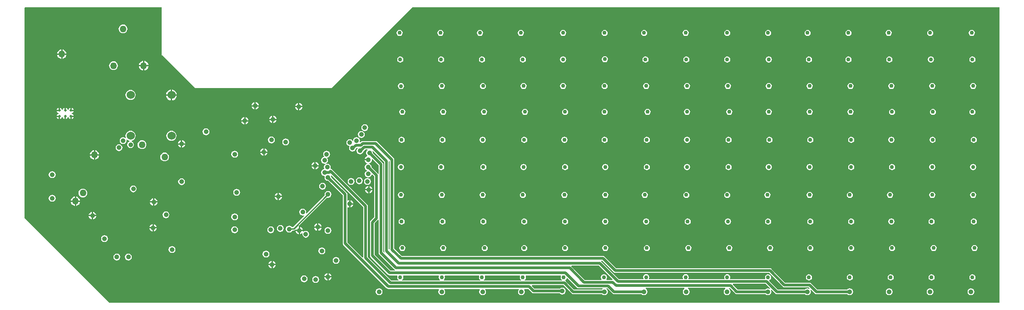
<source format=gbr>
%TF.GenerationSoftware,Altium Limited,Altium Designer,20.1.14 (287)*%
G04 Layer_Physical_Order=2*
G04 Layer_Color=36540*
%FSLAX26Y26*%
%MOIN*%
%TF.SameCoordinates,7E9A0AC4-0E20-4BBF-80A7-7FB1365180D4*%
%TF.FilePolarity,Positive*%
%TF.FileFunction,Copper,L2,Inr,Signal*%
%TF.Part,Single*%
G01*
G75*
%TA.AperFunction,Conductor*%
%ADD28C,0.010000*%
%ADD29C,0.020000*%
%TA.AperFunction,ComponentPad*%
%ADD30C,0.035433*%
%ADD31C,0.060000*%
%TA.AperFunction,ViaPad*%
%ADD32C,0.035000*%
%ADD33C,0.019685*%
%ADD34C,0.030000*%
%ADD35C,0.050000*%
G36*
X8835000Y2240000D02*
X2300805Y2240000D01*
X1678399Y2860767D01*
X1676467Y4406462D01*
X1680000Y4410000D01*
X2685000D01*
Y4060000D01*
X2930000Y3815000D01*
X3930000D01*
X4525000Y4410000D01*
X8835001Y4410000D01*
X8835000Y2240000D01*
D02*
G37*
%LPC*%
G36*
X2400837Y4282276D02*
X2392483Y4281176D01*
X2384699Y4277952D01*
X2378015Y4272823D01*
X2372885Y4266138D01*
X2369661Y4258354D01*
X2368561Y4250000D01*
X2369661Y4241646D01*
X2372885Y4233862D01*
X2378015Y4227177D01*
X2384699Y4222048D01*
X2392483Y4218824D01*
X2400837Y4217724D01*
X2409191Y4218824D01*
X2416975Y4222048D01*
X2423660Y4227177D01*
X2428789Y4233862D01*
X2432014Y4241646D01*
X2433113Y4250000D01*
X2432014Y4258354D01*
X2428789Y4266138D01*
X2423660Y4272823D01*
X2416975Y4277952D01*
X2409191Y4281176D01*
X2400837Y4282276D01*
D02*
G37*
G36*
X8630769Y4243200D02*
X8622185Y4241493D01*
X8614908Y4236630D01*
X8610046Y4229353D01*
X8608338Y4220769D01*
X8610046Y4212185D01*
X8614908Y4204908D01*
X8622185Y4200046D01*
X8630769Y4198338D01*
X8639353Y4200046D01*
X8646630Y4204908D01*
X8651493Y4212185D01*
X8653200Y4220769D01*
X8651493Y4229353D01*
X8646630Y4236630D01*
X8639353Y4241493D01*
X8630769Y4243200D01*
D02*
G37*
G36*
X8325769D02*
X8317185Y4241493D01*
X8309908Y4236630D01*
X8305046Y4229353D01*
X8303338Y4220769D01*
X8305046Y4212185D01*
X8309908Y4204908D01*
X8317185Y4200046D01*
X8325769Y4198338D01*
X8334353Y4200046D01*
X8341630Y4204908D01*
X8346493Y4212185D01*
X8348200Y4220769D01*
X8346493Y4229353D01*
X8341630Y4236630D01*
X8334353Y4241493D01*
X8325769Y4243200D01*
D02*
G37*
G36*
X8020769D02*
X8012185Y4241493D01*
X8004908Y4236630D01*
X8000046Y4229353D01*
X7998338Y4220769D01*
X8000046Y4212185D01*
X8004908Y4204908D01*
X8012185Y4200046D01*
X8020769Y4198338D01*
X8029353Y4200046D01*
X8036630Y4204908D01*
X8041493Y4212185D01*
X8043200Y4220769D01*
X8041493Y4229353D01*
X8036630Y4236630D01*
X8029353Y4241493D01*
X8020769Y4243200D01*
D02*
G37*
G36*
X7725769D02*
X7717185Y4241493D01*
X7709908Y4236630D01*
X7705046Y4229353D01*
X7703338Y4220769D01*
X7705046Y4212185D01*
X7709908Y4204908D01*
X7717185Y4200046D01*
X7725769Y4198338D01*
X7734353Y4200046D01*
X7741630Y4204908D01*
X7746493Y4212185D01*
X7748200Y4220769D01*
X7746493Y4229353D01*
X7741630Y4236630D01*
X7734353Y4241493D01*
X7725769Y4243200D01*
D02*
G37*
G36*
X7425769D02*
X7417185Y4241493D01*
X7409908Y4236630D01*
X7405046Y4229353D01*
X7403338Y4220769D01*
X7405046Y4212185D01*
X7409908Y4204908D01*
X7417185Y4200046D01*
X7425769Y4198338D01*
X7434353Y4200046D01*
X7441630Y4204908D01*
X7446493Y4212185D01*
X7448200Y4220769D01*
X7446493Y4229353D01*
X7441630Y4236630D01*
X7434353Y4241493D01*
X7425769Y4243200D01*
D02*
G37*
G36*
X7135769D02*
X7127185Y4241493D01*
X7119908Y4236630D01*
X7115046Y4229353D01*
X7113338Y4220769D01*
X7115046Y4212185D01*
X7119908Y4204908D01*
X7127185Y4200046D01*
X7135769Y4198338D01*
X7144353Y4200046D01*
X7151630Y4204908D01*
X7156493Y4212185D01*
X7158200Y4220769D01*
X7156493Y4229353D01*
X7151630Y4236630D01*
X7144353Y4241493D01*
X7135769Y4243200D01*
D02*
G37*
G36*
X6835769D02*
X6827185Y4241493D01*
X6819908Y4236630D01*
X6815046Y4229353D01*
X6813338Y4220769D01*
X6815046Y4212185D01*
X6819908Y4204908D01*
X6827185Y4200046D01*
X6835769Y4198338D01*
X6844353Y4200046D01*
X6851630Y4204908D01*
X6856493Y4212185D01*
X6858200Y4220769D01*
X6856493Y4229353D01*
X6851630Y4236630D01*
X6844353Y4241493D01*
X6835769Y4243200D01*
D02*
G37*
G36*
X6530769D02*
X6522185Y4241493D01*
X6514908Y4236630D01*
X6510046Y4229353D01*
X6508338Y4220769D01*
X6510046Y4212185D01*
X6514908Y4204908D01*
X6522185Y4200046D01*
X6530769Y4198338D01*
X6539353Y4200046D01*
X6546630Y4204908D01*
X6551493Y4212185D01*
X6553200Y4220769D01*
X6551493Y4229353D01*
X6546630Y4236630D01*
X6539353Y4241493D01*
X6530769Y4243200D01*
D02*
G37*
G36*
X6225769D02*
X6217185Y4241493D01*
X6209908Y4236630D01*
X6205046Y4229353D01*
X6203338Y4220769D01*
X6205046Y4212185D01*
X6209908Y4204908D01*
X6217185Y4200046D01*
X6225769Y4198338D01*
X6234353Y4200046D01*
X6241630Y4204908D01*
X6246493Y4212185D01*
X6248200Y4220769D01*
X6246493Y4229353D01*
X6241630Y4236630D01*
X6234353Y4241493D01*
X6225769Y4243200D01*
D02*
G37*
G36*
X5935769D02*
X5927185Y4241493D01*
X5919908Y4236630D01*
X5915046Y4229353D01*
X5913338Y4220769D01*
X5915046Y4212185D01*
X5919908Y4204908D01*
X5927185Y4200046D01*
X5935769Y4198338D01*
X5944353Y4200046D01*
X5951630Y4204908D01*
X5956493Y4212185D01*
X5958200Y4220769D01*
X5956493Y4229353D01*
X5951630Y4236630D01*
X5944353Y4241493D01*
X5935769Y4243200D01*
D02*
G37*
G36*
X5630769D02*
X5622185Y4241493D01*
X5614908Y4236630D01*
X5610046Y4229353D01*
X5608338Y4220769D01*
X5610046Y4212185D01*
X5614908Y4204908D01*
X5622185Y4200046D01*
X5630769Y4198338D01*
X5639353Y4200046D01*
X5646630Y4204908D01*
X5651493Y4212185D01*
X5653200Y4220769D01*
X5651493Y4229353D01*
X5646630Y4236630D01*
X5639353Y4241493D01*
X5630769Y4243200D01*
D02*
G37*
G36*
X5320769D02*
X5312185Y4241493D01*
X5304908Y4236630D01*
X5300046Y4229353D01*
X5298338Y4220769D01*
X5300046Y4212185D01*
X5304908Y4204908D01*
X5312185Y4200046D01*
X5320769Y4198338D01*
X5329353Y4200046D01*
X5336630Y4204908D01*
X5341493Y4212185D01*
X5343200Y4220769D01*
X5341493Y4229353D01*
X5336630Y4236630D01*
X5329353Y4241493D01*
X5320769Y4243200D01*
D02*
G37*
G36*
X5020769D02*
X5012185Y4241493D01*
X5004908Y4236630D01*
X5000046Y4229353D01*
X4998338Y4220769D01*
X5000046Y4212185D01*
X5004908Y4204908D01*
X5012185Y4200046D01*
X5020769Y4198338D01*
X5029353Y4200046D01*
X5036630Y4204908D01*
X5041493Y4212185D01*
X5043200Y4220769D01*
X5041493Y4229353D01*
X5036630Y4236630D01*
X5029353Y4241493D01*
X5020769Y4243200D01*
D02*
G37*
G36*
X4730769D02*
X4722185Y4241493D01*
X4714908Y4236630D01*
X4710046Y4229353D01*
X4708338Y4220769D01*
X4710046Y4212185D01*
X4714908Y4204908D01*
X4722185Y4200046D01*
X4730769Y4198338D01*
X4739353Y4200046D01*
X4746630Y4204908D01*
X4751493Y4212185D01*
X4753200Y4220769D01*
X4751493Y4229353D01*
X4746630Y4236630D01*
X4739353Y4241493D01*
X4730769Y4243200D01*
D02*
G37*
G36*
X4430769D02*
X4422185Y4241493D01*
X4414908Y4236630D01*
X4410046Y4229353D01*
X4408338Y4220769D01*
X4410046Y4212185D01*
X4414908Y4204908D01*
X4422185Y4200046D01*
X4430769Y4198338D01*
X4439353Y4200046D01*
X4446630Y4204908D01*
X4451493Y4212185D01*
X4453200Y4220769D01*
X4451493Y4229353D01*
X4446630Y4236630D01*
X4439353Y4241493D01*
X4430769Y4243200D01*
D02*
G37*
G36*
X1955837Y4099644D02*
Y4070000D01*
X1985481D01*
X1984936Y4074137D01*
X1981410Y4082651D01*
X1975800Y4089962D01*
X1968488Y4095572D01*
X1959974Y4099099D01*
X1955837Y4099644D01*
D02*
G37*
G36*
X1945837D02*
X1941700Y4099099D01*
X1933186Y4095572D01*
X1925875Y4089962D01*
X1920265Y4082651D01*
X1916738Y4074137D01*
X1916194Y4070000D01*
X1945837D01*
Y4099644D01*
D02*
G37*
G36*
X1985481Y4060000D02*
X1955837D01*
Y4030356D01*
X1959974Y4030901D01*
X1968488Y4034428D01*
X1975800Y4040038D01*
X1981410Y4047349D01*
X1984936Y4055863D01*
X1985481Y4060000D01*
D02*
G37*
G36*
X1945837D02*
X1916194D01*
X1916738Y4055863D01*
X1920265Y4047349D01*
X1925875Y4040038D01*
X1933186Y4034428D01*
X1941700Y4030901D01*
X1945837Y4030356D01*
Y4060000D01*
D02*
G37*
G36*
X5937682Y4050113D02*
X5929099Y4048406D01*
X5921821Y4043544D01*
X5916959Y4036267D01*
X5915252Y4027682D01*
X5916959Y4019099D01*
X5921821Y4011821D01*
X5929099Y4006959D01*
X5937682Y4005251D01*
X5946266Y4006959D01*
X5953544Y4011821D01*
X5958406Y4019099D01*
X5960114Y4027682D01*
X5958406Y4036267D01*
X5953544Y4043544D01*
X5946266Y4048406D01*
X5937682Y4050113D01*
D02*
G37*
G36*
X8635769Y4048200D02*
X8627185Y4046493D01*
X8619908Y4041630D01*
X8615046Y4034353D01*
X8613338Y4025769D01*
X8615046Y4017185D01*
X8619908Y4009908D01*
X8627185Y4005046D01*
X8635769Y4003338D01*
X8644353Y4005046D01*
X8651630Y4009908D01*
X8656493Y4017185D01*
X8658200Y4025769D01*
X8656493Y4034353D01*
X8651630Y4041630D01*
X8644353Y4046493D01*
X8635769Y4048200D01*
D02*
G37*
G36*
X8330769D02*
X8322185Y4046493D01*
X8314908Y4041630D01*
X8310046Y4034353D01*
X8308338Y4025769D01*
X8310046Y4017185D01*
X8314908Y4009908D01*
X8322185Y4005046D01*
X8330769Y4003338D01*
X8339353Y4005046D01*
X8346630Y4009908D01*
X8351493Y4017185D01*
X8353200Y4025769D01*
X8351493Y4034353D01*
X8346630Y4041630D01*
X8339353Y4046493D01*
X8330769Y4048200D01*
D02*
G37*
G36*
X8025769D02*
X8017185Y4046493D01*
X8009908Y4041630D01*
X8005046Y4034353D01*
X8003338Y4025769D01*
X8005046Y4017185D01*
X8009908Y4009908D01*
X8017185Y4005046D01*
X8025769Y4003338D01*
X8034353Y4005046D01*
X8041630Y4009908D01*
X8046493Y4017185D01*
X8048200Y4025769D01*
X8046493Y4034353D01*
X8041630Y4041630D01*
X8034353Y4046493D01*
X8025769Y4048200D01*
D02*
G37*
G36*
X7725769D02*
X7717185Y4046493D01*
X7709908Y4041630D01*
X7705046Y4034353D01*
X7703338Y4025769D01*
X7705046Y4017185D01*
X7709908Y4009908D01*
X7717185Y4005046D01*
X7725769Y4003338D01*
X7734353Y4005046D01*
X7741630Y4009908D01*
X7746493Y4017185D01*
X7748200Y4025769D01*
X7746493Y4034353D01*
X7741630Y4041630D01*
X7734353Y4046493D01*
X7725769Y4048200D01*
D02*
G37*
G36*
X7435769D02*
X7427185Y4046493D01*
X7419908Y4041630D01*
X7415046Y4034353D01*
X7413338Y4025769D01*
X7415046Y4017185D01*
X7419908Y4009908D01*
X7427185Y4005046D01*
X7435769Y4003338D01*
X7444353Y4005046D01*
X7451630Y4009908D01*
X7456493Y4017185D01*
X7458200Y4025769D01*
X7456493Y4034353D01*
X7451630Y4041630D01*
X7444353Y4046493D01*
X7435769Y4048200D01*
D02*
G37*
G36*
X7140769D02*
X7132185Y4046493D01*
X7124908Y4041630D01*
X7120046Y4034353D01*
X7118338Y4025769D01*
X7120046Y4017185D01*
X7124908Y4009908D01*
X7132185Y4005046D01*
X7140769Y4003338D01*
X7149353Y4005046D01*
X7156630Y4009908D01*
X7161493Y4017185D01*
X7163200Y4025769D01*
X7161493Y4034353D01*
X7156630Y4041630D01*
X7149353Y4046493D01*
X7140769Y4048200D01*
D02*
G37*
G36*
X6835769D02*
X6827185Y4046493D01*
X6819908Y4041630D01*
X6815046Y4034353D01*
X6813338Y4025769D01*
X6815046Y4017185D01*
X6819908Y4009908D01*
X6827185Y4005046D01*
X6835769Y4003338D01*
X6844353Y4005046D01*
X6851630Y4009908D01*
X6856493Y4017185D01*
X6858200Y4025769D01*
X6856493Y4034353D01*
X6851630Y4041630D01*
X6844353Y4046493D01*
X6835769Y4048200D01*
D02*
G37*
G36*
X6535769D02*
X6527185Y4046493D01*
X6519908Y4041630D01*
X6515046Y4034353D01*
X6513338Y4025769D01*
X6515046Y4017185D01*
X6519908Y4009908D01*
X6527185Y4005046D01*
X6535769Y4003338D01*
X6544353Y4005046D01*
X6551630Y4009908D01*
X6556493Y4017185D01*
X6558200Y4025769D01*
X6556493Y4034353D01*
X6551630Y4041630D01*
X6544353Y4046493D01*
X6535769Y4048200D01*
D02*
G37*
G36*
X6235769D02*
X6227185Y4046493D01*
X6219908Y4041630D01*
X6215046Y4034353D01*
X6213338Y4025769D01*
X6215046Y4017185D01*
X6219908Y4009908D01*
X6227185Y4005046D01*
X6235769Y4003338D01*
X6244353Y4005046D01*
X6251630Y4009908D01*
X6256493Y4017185D01*
X6258200Y4025769D01*
X6256493Y4034353D01*
X6251630Y4041630D01*
X6244353Y4046493D01*
X6235769Y4048200D01*
D02*
G37*
G36*
X5630769D02*
X5622185Y4046493D01*
X5614908Y4041630D01*
X5610046Y4034353D01*
X5608338Y4025769D01*
X5610046Y4017185D01*
X5614908Y4009908D01*
X5622185Y4005046D01*
X5630769Y4003338D01*
X5639353Y4005046D01*
X5646630Y4009908D01*
X5651493Y4017185D01*
X5653200Y4025769D01*
X5651493Y4034353D01*
X5646630Y4041630D01*
X5639353Y4046493D01*
X5630769Y4048200D01*
D02*
G37*
G36*
X5335769D02*
X5327185Y4046493D01*
X5319908Y4041630D01*
X5315046Y4034353D01*
X5313338Y4025769D01*
X5315046Y4017185D01*
X5319908Y4009908D01*
X5327185Y4005046D01*
X5335769Y4003338D01*
X5344353Y4005046D01*
X5351630Y4009908D01*
X5356493Y4017185D01*
X5358200Y4025769D01*
X5356493Y4034353D01*
X5351630Y4041630D01*
X5344353Y4046493D01*
X5335769Y4048200D01*
D02*
G37*
G36*
X5035769D02*
X5027185Y4046493D01*
X5019908Y4041630D01*
X5015046Y4034353D01*
X5013338Y4025769D01*
X5015046Y4017185D01*
X5019908Y4009908D01*
X5027185Y4005046D01*
X5035769Y4003338D01*
X5044353Y4005046D01*
X5051630Y4009908D01*
X5056493Y4017185D01*
X5058200Y4025769D01*
X5056493Y4034353D01*
X5051630Y4041630D01*
X5044353Y4046493D01*
X5035769Y4048200D01*
D02*
G37*
G36*
X4735769D02*
X4727185Y4046493D01*
X4719908Y4041630D01*
X4715046Y4034353D01*
X4713338Y4025769D01*
X4715046Y4017185D01*
X4719908Y4009908D01*
X4727185Y4005046D01*
X4735769Y4003338D01*
X4744353Y4005046D01*
X4751630Y4009908D01*
X4756493Y4017185D01*
X4758200Y4025769D01*
X4756493Y4034353D01*
X4751630Y4041630D01*
X4744353Y4046493D01*
X4735769Y4048200D01*
D02*
G37*
G36*
X4435769D02*
X4427185Y4046493D01*
X4419908Y4041630D01*
X4415046Y4034353D01*
X4413338Y4025769D01*
X4415046Y4017185D01*
X4419908Y4009908D01*
X4427185Y4005046D01*
X4435769Y4003338D01*
X4444353Y4005046D01*
X4451630Y4009908D01*
X4456493Y4017185D01*
X4458200Y4025769D01*
X4456493Y4034353D01*
X4451630Y4041630D01*
X4444353Y4046493D01*
X4435769Y4048200D01*
D02*
G37*
G36*
X2557333Y4014644D02*
Y3985000D01*
X2586977D01*
X2586432Y3989137D01*
X2582906Y3997651D01*
X2577296Y4004962D01*
X2569984Y4010572D01*
X2561470Y4014099D01*
X2557333Y4014644D01*
D02*
G37*
G36*
X2547333D02*
X2543196Y4014099D01*
X2534682Y4010572D01*
X2527371Y4004962D01*
X2521761Y3997651D01*
X2518234Y3989137D01*
X2517689Y3985000D01*
X2547333D01*
Y4014644D01*
D02*
G37*
G36*
X2330837Y4012276D02*
X2322483Y4011176D01*
X2314699Y4007952D01*
X2308015Y4002823D01*
X2302885Y3996138D01*
X2299661Y3988354D01*
X2298561Y3980000D01*
X2299661Y3971646D01*
X2302885Y3963862D01*
X2308015Y3957177D01*
X2314699Y3952048D01*
X2322483Y3948824D01*
X2330837Y3947724D01*
X2339191Y3948824D01*
X2346975Y3952048D01*
X2353660Y3957177D01*
X2358789Y3963862D01*
X2362014Y3971646D01*
X2363113Y3980000D01*
X2362014Y3988354D01*
X2358789Y3996138D01*
X2353660Y4002823D01*
X2346975Y4007952D01*
X2339191Y4011176D01*
X2330837Y4012276D01*
D02*
G37*
G36*
X2586977Y3975000D02*
X2557333D01*
Y3945356D01*
X2561470Y3945901D01*
X2569984Y3949428D01*
X2577296Y3955038D01*
X2582906Y3962349D01*
X2586432Y3970863D01*
X2586977Y3975000D01*
D02*
G37*
G36*
X2547333D02*
X2517689D01*
X2518234Y3970863D01*
X2521761Y3962349D01*
X2527371Y3955038D01*
X2534682Y3949428D01*
X2543196Y3945901D01*
X2547333Y3945356D01*
Y3975000D01*
D02*
G37*
G36*
X5042682Y3853863D02*
X5034099Y3852156D01*
X5026821Y3847294D01*
X5021959Y3840017D01*
X5020252Y3831432D01*
X5021959Y3822849D01*
X5026821Y3815571D01*
X5034099Y3810709D01*
X5042682Y3809001D01*
X5051266Y3810709D01*
X5058544Y3815571D01*
X5063406Y3822849D01*
X5065114Y3831432D01*
X5063406Y3840017D01*
X5058544Y3847294D01*
X5051266Y3852156D01*
X5042682Y3853863D01*
D02*
G37*
G36*
X8640769Y3853200D02*
X8632185Y3851493D01*
X8624908Y3846630D01*
X8620046Y3839353D01*
X8618338Y3830769D01*
X8620046Y3822185D01*
X8624908Y3814908D01*
X8632185Y3810046D01*
X8640769Y3808338D01*
X8649353Y3810046D01*
X8656630Y3814908D01*
X8661493Y3822185D01*
X8663200Y3830769D01*
X8661493Y3839353D01*
X8656630Y3846630D01*
X8649353Y3851493D01*
X8640769Y3853200D01*
D02*
G37*
G36*
X8340769D02*
X8332185Y3851493D01*
X8324908Y3846630D01*
X8320046Y3839353D01*
X8318338Y3830769D01*
X8320046Y3822185D01*
X8324908Y3814908D01*
X8332185Y3810046D01*
X8340769Y3808338D01*
X8349353Y3810046D01*
X8356630Y3814908D01*
X8361493Y3822185D01*
X8363200Y3830769D01*
X8361493Y3839353D01*
X8356630Y3846630D01*
X8349353Y3851493D01*
X8340769Y3853200D01*
D02*
G37*
G36*
X8040769D02*
X8032185Y3851493D01*
X8024908Y3846630D01*
X8020046Y3839353D01*
X8018338Y3830769D01*
X8020046Y3822185D01*
X8024908Y3814908D01*
X8032185Y3810046D01*
X8040769Y3808338D01*
X8049353Y3810046D01*
X8056630Y3814908D01*
X8061493Y3822185D01*
X8063200Y3830769D01*
X8061493Y3839353D01*
X8056630Y3846630D01*
X8049353Y3851493D01*
X8040769Y3853200D01*
D02*
G37*
G36*
X7740769D02*
X7732185Y3851493D01*
X7724908Y3846630D01*
X7720046Y3839353D01*
X7718338Y3830769D01*
X7720046Y3822185D01*
X7724908Y3814908D01*
X7732185Y3810046D01*
X7740769Y3808338D01*
X7749353Y3810046D01*
X7756630Y3814908D01*
X7761493Y3822185D01*
X7763200Y3830769D01*
X7761493Y3839353D01*
X7756630Y3846630D01*
X7749353Y3851493D01*
X7740769Y3853200D01*
D02*
G37*
G36*
X7440769D02*
X7432185Y3851493D01*
X7424908Y3846630D01*
X7420046Y3839353D01*
X7418338Y3830769D01*
X7420046Y3822185D01*
X7424908Y3814908D01*
X7432185Y3810046D01*
X7440769Y3808338D01*
X7449353Y3810046D01*
X7456630Y3814908D01*
X7461493Y3822185D01*
X7463200Y3830769D01*
X7461493Y3839353D01*
X7456630Y3846630D01*
X7449353Y3851493D01*
X7440769Y3853200D01*
D02*
G37*
G36*
X7140769D02*
X7132185Y3851493D01*
X7124908Y3846630D01*
X7120046Y3839353D01*
X7118338Y3830769D01*
X7120046Y3822185D01*
X7124908Y3814908D01*
X7132185Y3810046D01*
X7140769Y3808338D01*
X7149353Y3810046D01*
X7156630Y3814908D01*
X7161493Y3822185D01*
X7163200Y3830769D01*
X7161493Y3839353D01*
X7156630Y3846630D01*
X7149353Y3851493D01*
X7140769Y3853200D01*
D02*
G37*
G36*
X6840769D02*
X6832185Y3851493D01*
X6824908Y3846630D01*
X6820046Y3839353D01*
X6818338Y3830769D01*
X6820046Y3822185D01*
X6824908Y3814908D01*
X6832185Y3810046D01*
X6840769Y3808338D01*
X6849353Y3810046D01*
X6856630Y3814908D01*
X6861493Y3822185D01*
X6863200Y3830769D01*
X6861493Y3839353D01*
X6856630Y3846630D01*
X6849353Y3851493D01*
X6840769Y3853200D01*
D02*
G37*
G36*
X6540769D02*
X6532185Y3851493D01*
X6524908Y3846630D01*
X6520046Y3839353D01*
X6518338Y3830769D01*
X6520046Y3822185D01*
X6524908Y3814908D01*
X6532185Y3810046D01*
X6540769Y3808338D01*
X6549353Y3810046D01*
X6556630Y3814908D01*
X6561493Y3822185D01*
X6563200Y3830769D01*
X6561493Y3839353D01*
X6556630Y3846630D01*
X6549353Y3851493D01*
X6540769Y3853200D01*
D02*
G37*
G36*
X6240769D02*
X6232185Y3851493D01*
X6224908Y3846630D01*
X6220046Y3839353D01*
X6218338Y3830769D01*
X6220046Y3822185D01*
X6224908Y3814908D01*
X6232185Y3810046D01*
X6240769Y3808338D01*
X6249353Y3810046D01*
X6256630Y3814908D01*
X6261493Y3822185D01*
X6263200Y3830769D01*
X6261493Y3839353D01*
X6256630Y3846630D01*
X6249353Y3851493D01*
X6240769Y3853200D01*
D02*
G37*
G36*
X5935769D02*
X5927185Y3851493D01*
X5919908Y3846630D01*
X5915046Y3839353D01*
X5913338Y3830769D01*
X5915046Y3822185D01*
X5919908Y3814908D01*
X5927185Y3810046D01*
X5935769Y3808338D01*
X5944353Y3810046D01*
X5951630Y3814908D01*
X5956493Y3822185D01*
X5958200Y3830769D01*
X5956493Y3839353D01*
X5951630Y3846630D01*
X5944353Y3851493D01*
X5935769Y3853200D01*
D02*
G37*
G36*
X5630769D02*
X5622185Y3851493D01*
X5614908Y3846630D01*
X5610046Y3839353D01*
X5608338Y3830769D01*
X5610046Y3822185D01*
X5614908Y3814908D01*
X5622185Y3810046D01*
X5630769Y3808338D01*
X5639353Y3810046D01*
X5646630Y3814908D01*
X5651493Y3822185D01*
X5653200Y3830769D01*
X5651493Y3839353D01*
X5646630Y3846630D01*
X5639353Y3851493D01*
X5630769Y3853200D01*
D02*
G37*
G36*
X5340769D02*
X5332185Y3851493D01*
X5324908Y3846630D01*
X5320046Y3839353D01*
X5318338Y3830769D01*
X5320046Y3822185D01*
X5324908Y3814908D01*
X5332185Y3810046D01*
X5340769Y3808338D01*
X5349353Y3810046D01*
X5356630Y3814908D01*
X5361493Y3822185D01*
X5363200Y3830769D01*
X5361493Y3839353D01*
X5356630Y3846630D01*
X5349353Y3851493D01*
X5340769Y3853200D01*
D02*
G37*
G36*
X4740769D02*
X4732185Y3851493D01*
X4724908Y3846630D01*
X4720046Y3839353D01*
X4718338Y3830769D01*
X4720046Y3822185D01*
X4724908Y3814908D01*
X4732185Y3810046D01*
X4740769Y3808338D01*
X4749353Y3810046D01*
X4756630Y3814908D01*
X4761493Y3822185D01*
X4763200Y3830769D01*
X4761493Y3839353D01*
X4756630Y3846630D01*
X4749353Y3851493D01*
X4740769Y3853200D01*
D02*
G37*
G36*
X4440769Y3852575D02*
X4432185Y3850868D01*
X4424908Y3846005D01*
X4420046Y3838728D01*
X4418338Y3830144D01*
X4420046Y3821560D01*
X4424908Y3814283D01*
X4432185Y3809421D01*
X4440769Y3807713D01*
X4449353Y3809421D01*
X4456630Y3814283D01*
X4461493Y3821560D01*
X4463200Y3830144D01*
X4461493Y3838728D01*
X4456630Y3846005D01*
X4449353Y3850868D01*
X4440769Y3852575D01*
D02*
G37*
G36*
X2760837Y3804687D02*
Y3770000D01*
X2795524D01*
X2794808Y3775442D01*
X2790777Y3785173D01*
X2784366Y3793528D01*
X2776010Y3799940D01*
X2766279Y3803970D01*
X2760837Y3804687D01*
D02*
G37*
G36*
X2750837D02*
X2745395Y3803970D01*
X2735665Y3799940D01*
X2727309Y3793528D01*
X2720897Y3785173D01*
X2716867Y3775442D01*
X2716150Y3770000D01*
X2750837D01*
Y3804687D01*
D02*
G37*
G36*
X2455837Y3802319D02*
X2446178Y3801048D01*
X2437178Y3797320D01*
X2429448Y3791389D01*
X2423518Y3783660D01*
X2419789Y3774659D01*
X2418518Y3765000D01*
X2419789Y3755341D01*
X2423518Y3746340D01*
X2429448Y3738611D01*
X2437178Y3732680D01*
X2446178Y3728952D01*
X2455837Y3727681D01*
X2465496Y3728952D01*
X2474497Y3732680D01*
X2482226Y3738611D01*
X2488157Y3746340D01*
X2491885Y3755341D01*
X2493157Y3765000D01*
X2491885Y3774659D01*
X2488157Y3783660D01*
X2482226Y3791389D01*
X2474497Y3797320D01*
X2465496Y3801048D01*
X2455837Y3802319D01*
D02*
G37*
G36*
X2795524Y3760000D02*
X2760837D01*
Y3725313D01*
X2766279Y3726030D01*
X2776010Y3730060D01*
X2784366Y3736472D01*
X2790777Y3744827D01*
X2794808Y3754558D01*
X2795524Y3760000D01*
D02*
G37*
G36*
X2750837D02*
X2716150D01*
X2716867Y3754558D01*
X2720897Y3744827D01*
X2727309Y3736472D01*
X2735665Y3730060D01*
X2745395Y3726030D01*
X2750837Y3725313D01*
Y3760000D01*
D02*
G37*
G36*
X3375000Y3712079D02*
Y3690000D01*
X3397079D01*
X3396792Y3692179D01*
X3394021Y3698869D01*
X3389613Y3704613D01*
X3383869Y3709021D01*
X3377179Y3711792D01*
X3375000Y3712079D01*
D02*
G37*
G36*
X3365000D02*
X3362821Y3711792D01*
X3356131Y3709021D01*
X3350387Y3704613D01*
X3345979Y3698869D01*
X3343208Y3692179D01*
X3342921Y3690000D01*
X3365000D01*
Y3712079D01*
D02*
G37*
G36*
X3695000Y3707079D02*
Y3685000D01*
X3717079D01*
X3716792Y3687179D01*
X3714021Y3693869D01*
X3709613Y3699613D01*
X3703869Y3704021D01*
X3697179Y3706792D01*
X3695000Y3707079D01*
D02*
G37*
G36*
X3685000D02*
X3682821Y3706792D01*
X3676131Y3704021D01*
X3670387Y3699613D01*
X3665979Y3693869D01*
X3663208Y3687179D01*
X3662921Y3685000D01*
X3685000D01*
Y3707079D01*
D02*
G37*
G36*
X3397079Y3680000D02*
X3375000D01*
Y3657921D01*
X3377179Y3658208D01*
X3383869Y3660979D01*
X3389613Y3665387D01*
X3394021Y3671131D01*
X3396792Y3677821D01*
X3397079Y3680000D01*
D02*
G37*
G36*
X3365000D02*
X3342921D01*
X3343208Y3677821D01*
X3345979Y3671131D01*
X3350387Y3665387D01*
X3356131Y3660979D01*
X3362821Y3658208D01*
X3365000Y3657921D01*
Y3680000D01*
D02*
G37*
G36*
X2014144Y3670890D02*
X2011402Y3670345D01*
X2004839Y3665959D01*
X2000453Y3659396D01*
X2000040Y3657318D01*
X1994942D01*
X1994528Y3659396D01*
X1990143Y3665959D01*
X1983579Y3670345D01*
X1980837Y3670890D01*
Y3651654D01*
X1970837D01*
Y3670890D01*
X1968095Y3670345D01*
X1961532Y3665959D01*
X1957146Y3659396D01*
X1956733Y3657318D01*
X1951635D01*
X1951221Y3659396D01*
X1946836Y3665959D01*
X1940272Y3670345D01*
X1937530Y3670890D01*
Y3651654D01*
X1932530D01*
Y3646654D01*
X1913293D01*
X1913839Y3643912D01*
X1918225Y3637348D01*
X1924788Y3632962D01*
X1926866Y3632549D01*
Y3627451D01*
X1924788Y3627038D01*
X1918225Y3622652D01*
X1913839Y3616089D01*
X1913293Y3613347D01*
X1932530D01*
Y3608347D01*
X1937530D01*
Y3589110D01*
X1940272Y3589655D01*
X1946836Y3594041D01*
X1951221Y3600604D01*
X1951635Y3602682D01*
X1956733D01*
X1957146Y3600604D01*
X1961532Y3594041D01*
X1968095Y3589655D01*
X1970837Y3589110D01*
Y3608347D01*
X1980837D01*
Y3589110D01*
X1983579Y3589655D01*
X1990143Y3594041D01*
X1994528Y3600604D01*
X1994942Y3602682D01*
X2000040D01*
X2000453Y3600604D01*
X2004839Y3594041D01*
X2011402Y3589655D01*
X2014144Y3589110D01*
Y3608347D01*
X2019144D01*
Y3613347D01*
X2038381D01*
X2037835Y3616089D01*
X2033450Y3622652D01*
X2026886Y3627038D01*
X2024808Y3627451D01*
Y3632549D01*
X2026886Y3632962D01*
X2033450Y3637348D01*
X2037835Y3643912D01*
X2038381Y3646654D01*
X2019144D01*
Y3651654D01*
X2014144D01*
Y3670890D01*
D02*
G37*
G36*
X2024144D02*
Y3656654D01*
X2038381D01*
X2037835Y3659396D01*
X2033450Y3665959D01*
X2026886Y3670345D01*
X2024144Y3670890D01*
D02*
G37*
G36*
X1927530D02*
X1924788Y3670345D01*
X1918225Y3665959D01*
X1913839Y3659396D01*
X1913293Y3656654D01*
X1927530D01*
Y3670890D01*
D02*
G37*
G36*
X3717079Y3675000D02*
X3695000D01*
Y3652921D01*
X3697179Y3653208D01*
X3703869Y3655979D01*
X3709613Y3660387D01*
X3714021Y3666131D01*
X3716792Y3672821D01*
X3717079Y3675000D01*
D02*
G37*
G36*
X3685000D02*
X3662921D01*
X3663208Y3672821D01*
X3665979Y3666131D01*
X3670387Y3660387D01*
X3676131Y3655979D01*
X3682821Y3653208D01*
X3685000Y3652921D01*
Y3675000D01*
D02*
G37*
G36*
X8635769Y3663200D02*
X8627185Y3661493D01*
X8619908Y3656630D01*
X8615046Y3649353D01*
X8613338Y3640769D01*
X8615046Y3632185D01*
X8619908Y3624908D01*
X8627185Y3620046D01*
X8635769Y3618338D01*
X8644353Y3620046D01*
X8651630Y3624908D01*
X8656493Y3632185D01*
X8658200Y3640769D01*
X8656493Y3649353D01*
X8651630Y3656630D01*
X8644353Y3661493D01*
X8635769Y3663200D01*
D02*
G37*
G36*
X8345769D02*
X8337185Y3661493D01*
X8329908Y3656630D01*
X8325046Y3649353D01*
X8323338Y3640769D01*
X8325046Y3632185D01*
X8329908Y3624908D01*
X8337185Y3620046D01*
X8345769Y3618338D01*
X8354353Y3620046D01*
X8361630Y3624908D01*
X8366493Y3632185D01*
X8368200Y3640769D01*
X8366493Y3649353D01*
X8361630Y3656630D01*
X8354353Y3661493D01*
X8345769Y3663200D01*
D02*
G37*
G36*
X8045769D02*
X8037185Y3661493D01*
X8029908Y3656630D01*
X8025046Y3649353D01*
X8023338Y3640769D01*
X8025046Y3632185D01*
X8029908Y3624908D01*
X8037185Y3620046D01*
X8045769Y3618338D01*
X8054353Y3620046D01*
X8061630Y3624908D01*
X8066493Y3632185D01*
X8068200Y3640769D01*
X8066493Y3649353D01*
X8061630Y3656630D01*
X8054353Y3661493D01*
X8045769Y3663200D01*
D02*
G37*
G36*
X7740769D02*
X7732185Y3661493D01*
X7724908Y3656630D01*
X7720046Y3649353D01*
X7718338Y3640769D01*
X7720046Y3632185D01*
X7724908Y3624908D01*
X7732185Y3620046D01*
X7740769Y3618338D01*
X7749353Y3620046D01*
X7756630Y3624908D01*
X7761493Y3632185D01*
X7763200Y3640769D01*
X7761493Y3649353D01*
X7756630Y3656630D01*
X7749353Y3661493D01*
X7740769Y3663200D01*
D02*
G37*
G36*
X7440769D02*
X7432185Y3661493D01*
X7424908Y3656630D01*
X7420046Y3649353D01*
X7418338Y3640769D01*
X7420046Y3632185D01*
X7424908Y3624908D01*
X7432185Y3620046D01*
X7440769Y3618338D01*
X7449353Y3620046D01*
X7456630Y3624908D01*
X7461493Y3632185D01*
X7463200Y3640769D01*
X7461493Y3649353D01*
X7456630Y3656630D01*
X7449353Y3661493D01*
X7440769Y3663200D01*
D02*
G37*
G36*
X7140769D02*
X7132185Y3661493D01*
X7124908Y3656630D01*
X7120046Y3649353D01*
X7118338Y3640769D01*
X7120046Y3632185D01*
X7124908Y3624908D01*
X7132185Y3620046D01*
X7140769Y3618338D01*
X7149353Y3620046D01*
X7156630Y3624908D01*
X7161493Y3632185D01*
X7163200Y3640769D01*
X7161493Y3649353D01*
X7156630Y3656630D01*
X7149353Y3661493D01*
X7140769Y3663200D01*
D02*
G37*
G36*
X6850769D02*
X6842185Y3661493D01*
X6834908Y3656630D01*
X6830046Y3649353D01*
X6828338Y3640769D01*
X6830046Y3632185D01*
X6834908Y3624908D01*
X6842185Y3620046D01*
X6850769Y3618338D01*
X6859353Y3620046D01*
X6866630Y3624908D01*
X6871493Y3632185D01*
X6873200Y3640769D01*
X6871493Y3649353D01*
X6866630Y3656630D01*
X6859353Y3661493D01*
X6850769Y3663200D01*
D02*
G37*
G36*
X6540769D02*
X6532185Y3661493D01*
X6524908Y3656630D01*
X6520046Y3649353D01*
X6518338Y3640769D01*
X6520046Y3632185D01*
X6524908Y3624908D01*
X6532185Y3620046D01*
X6540769Y3618338D01*
X6549353Y3620046D01*
X6556630Y3624908D01*
X6561493Y3632185D01*
X6563200Y3640769D01*
X6561493Y3649353D01*
X6556630Y3656630D01*
X6549353Y3661493D01*
X6540769Y3663200D01*
D02*
G37*
G36*
X6250769D02*
X6242185Y3661493D01*
X6234908Y3656630D01*
X6230046Y3649353D01*
X6228338Y3640769D01*
X6230046Y3632185D01*
X6234908Y3624908D01*
X6242185Y3620046D01*
X6250769Y3618338D01*
X6259353Y3620046D01*
X6266630Y3624908D01*
X6271493Y3632185D01*
X6273200Y3640769D01*
X6271493Y3649353D01*
X6266630Y3656630D01*
X6259353Y3661493D01*
X6250769Y3663200D01*
D02*
G37*
G36*
X5935769D02*
X5927185Y3661493D01*
X5919908Y3656630D01*
X5915046Y3649353D01*
X5913338Y3640769D01*
X5915046Y3632185D01*
X5919908Y3624908D01*
X5927185Y3620046D01*
X5935769Y3618338D01*
X5944353Y3620046D01*
X5951630Y3624908D01*
X5956493Y3632185D01*
X5958200Y3640769D01*
X5956493Y3649353D01*
X5951630Y3656630D01*
X5944353Y3661493D01*
X5935769Y3663200D01*
D02*
G37*
G36*
X5645769D02*
X5637185Y3661493D01*
X5629908Y3656630D01*
X5625046Y3649353D01*
X5623338Y3640769D01*
X5625046Y3632185D01*
X5629908Y3624908D01*
X5637185Y3620046D01*
X5645769Y3618338D01*
X5654353Y3620046D01*
X5661630Y3624908D01*
X5666493Y3632185D01*
X5668200Y3640769D01*
X5666493Y3649353D01*
X5661630Y3656630D01*
X5654353Y3661493D01*
X5645769Y3663200D01*
D02*
G37*
G36*
X5350769D02*
X5342185Y3661493D01*
X5334908Y3656630D01*
X5330046Y3649353D01*
X5328338Y3640769D01*
X5330046Y3632185D01*
X5334908Y3624908D01*
X5342185Y3620046D01*
X5350769Y3618338D01*
X5359353Y3620046D01*
X5366630Y3624908D01*
X5371493Y3632185D01*
X5373200Y3640769D01*
X5371493Y3649353D01*
X5366630Y3656630D01*
X5359353Y3661493D01*
X5350769Y3663200D01*
D02*
G37*
G36*
X5050769D02*
X5042185Y3661493D01*
X5034908Y3656630D01*
X5030046Y3649353D01*
X5028338Y3640769D01*
X5030046Y3632185D01*
X5034908Y3624908D01*
X5042185Y3620046D01*
X5050769Y3618338D01*
X5059353Y3620046D01*
X5066630Y3624908D01*
X5071493Y3632185D01*
X5073200Y3640769D01*
X5071493Y3649353D01*
X5066630Y3656630D01*
X5059353Y3661493D01*
X5050769Y3663200D01*
D02*
G37*
G36*
X4750769D02*
X4742185Y3661493D01*
X4734908Y3656630D01*
X4730046Y3649353D01*
X4728338Y3640769D01*
X4730046Y3632185D01*
X4734908Y3624908D01*
X4742185Y3620046D01*
X4750769Y3618338D01*
X4759353Y3620046D01*
X4766630Y3624908D01*
X4771493Y3632185D01*
X4773200Y3640769D01*
X4771493Y3649353D01*
X4766630Y3656630D01*
X4759353Y3661493D01*
X4750769Y3663200D01*
D02*
G37*
G36*
X4450769D02*
X4442185Y3661493D01*
X4434908Y3656630D01*
X4430046Y3649353D01*
X4428338Y3640769D01*
X4430046Y3632185D01*
X4434908Y3624908D01*
X4442185Y3620046D01*
X4450769Y3618338D01*
X4459353Y3620046D01*
X4466630Y3624908D01*
X4471493Y3632185D01*
X4473200Y3640769D01*
X4471493Y3649353D01*
X4466630Y3656630D01*
X4459353Y3661493D01*
X4450769Y3663200D01*
D02*
G37*
G36*
X3505000Y3612079D02*
Y3590000D01*
X3527079D01*
X3526792Y3592179D01*
X3524021Y3598869D01*
X3519613Y3604613D01*
X3513869Y3609021D01*
X3507179Y3611792D01*
X3505000Y3612079D01*
D02*
G37*
G36*
X3495000D02*
X3492821Y3611792D01*
X3486131Y3609021D01*
X3480387Y3604613D01*
X3475979Y3598869D01*
X3473208Y3592179D01*
X3472921Y3590000D01*
X3495000D01*
Y3612079D01*
D02*
G37*
G36*
X2038381Y3603347D02*
X2024144D01*
Y3589110D01*
X2026886Y3589655D01*
X2033450Y3594041D01*
X2037835Y3600604D01*
X2038381Y3603347D01*
D02*
G37*
G36*
X1927530D02*
X1913293D01*
X1913839Y3600604D01*
X1918225Y3594041D01*
X1924788Y3589655D01*
X1927530Y3589110D01*
Y3603347D01*
D02*
G37*
G36*
X3300000Y3602079D02*
Y3580000D01*
X3322079D01*
X3321792Y3582179D01*
X3319021Y3588869D01*
X3314613Y3594613D01*
X3308869Y3599021D01*
X3302179Y3601792D01*
X3300000Y3602079D01*
D02*
G37*
G36*
X3290000D02*
X3287821Y3601792D01*
X3281131Y3599021D01*
X3275387Y3594613D01*
X3270979Y3588869D01*
X3268208Y3582179D01*
X3267921Y3580000D01*
X3290000D01*
Y3602079D01*
D02*
G37*
G36*
X3527079Y3580000D02*
X3505000D01*
Y3557921D01*
X3507179Y3558208D01*
X3513869Y3560979D01*
X3519613Y3565387D01*
X3524021Y3571131D01*
X3526792Y3577821D01*
X3527079Y3580000D01*
D02*
G37*
G36*
X3495000D02*
X3472921D01*
X3473208Y3577821D01*
X3475979Y3571131D01*
X3480387Y3565387D01*
X3486131Y3560979D01*
X3492821Y3558208D01*
X3495000Y3557921D01*
Y3580000D01*
D02*
G37*
G36*
X3322079Y3570000D02*
X3300000D01*
Y3547921D01*
X3302179Y3548208D01*
X3308869Y3550979D01*
X3314613Y3555387D01*
X3319021Y3561131D01*
X3321792Y3567821D01*
X3322079Y3570000D01*
D02*
G37*
G36*
X3290000D02*
X3267921D01*
X3268208Y3567821D01*
X3270979Y3561131D01*
X3275387Y3555387D01*
X3281131Y3550979D01*
X3287821Y3548208D01*
X3290000Y3547921D01*
Y3570000D01*
D02*
G37*
G36*
X4175000Y3549980D02*
X4165441Y3548079D01*
X4157337Y3542664D01*
X4151922Y3534559D01*
X4150020Y3525000D01*
X4151922Y3515441D01*
X4157337Y3507336D01*
X4165441Y3501921D01*
X4175000Y3500020D01*
X4184559Y3501921D01*
X4192663Y3507336D01*
X4198078Y3515441D01*
X4199980Y3525000D01*
X4198078Y3534559D01*
X4192663Y3542664D01*
X4184559Y3548079D01*
X4175000Y3549980D01*
D02*
G37*
G36*
X3010000Y3519980D02*
X3000441Y3518079D01*
X2992336Y3512664D01*
X2986921Y3504559D01*
X2985020Y3495000D01*
X2986921Y3485441D01*
X2992336Y3477336D01*
X3000441Y3471921D01*
X3010000Y3470020D01*
X3019559Y3471921D01*
X3027664Y3477336D01*
X3033079Y3485441D01*
X3034980Y3495000D01*
X3033079Y3504559D01*
X3027664Y3512664D01*
X3019559Y3518079D01*
X3010000Y3519980D01*
D02*
G37*
G36*
X4150000Y3499980D02*
X4140441Y3498079D01*
X4132337Y3492664D01*
X4126922Y3484559D01*
X4125020Y3475000D01*
X4126922Y3465441D01*
X4132337Y3457336D01*
X4140441Y3451921D01*
X4150000Y3450020D01*
X4159559Y3451921D01*
X4167663Y3457336D01*
X4173078Y3465441D01*
X4174980Y3475000D01*
X4173078Y3484559D01*
X4167663Y3492664D01*
X4159559Y3498079D01*
X4150000Y3499980D01*
D02*
G37*
G36*
X2455837Y3502319D02*
X2446178Y3501048D01*
X2437178Y3497320D01*
X2429448Y3491389D01*
X2423518Y3483660D01*
X2419789Y3474659D01*
X2418518Y3465000D01*
X2419789Y3455341D01*
X2421236Y3451849D01*
X2417197Y3448535D01*
X2410397Y3453079D01*
X2400837Y3454980D01*
X2391278Y3453079D01*
X2383174Y3447664D01*
X2377759Y3439559D01*
X2375857Y3430000D01*
X2377759Y3420441D01*
X2383174Y3412336D01*
X2391278Y3406921D01*
X2400837Y3405020D01*
X2410397Y3406921D01*
X2418501Y3412336D01*
X2423916Y3420441D01*
X2425817Y3430000D01*
X2424440Y3436926D01*
X2429116Y3439044D01*
X2429448Y3438611D01*
X2437178Y3432680D01*
X2446178Y3428952D01*
X2448585Y3428635D01*
X2448751Y3423570D01*
X2446278Y3423079D01*
X2438174Y3417664D01*
X2432759Y3409559D01*
X2430857Y3400000D01*
X2432759Y3390441D01*
X2438174Y3382336D01*
X2446278Y3376921D01*
X2455837Y3375020D01*
X2465397Y3376921D01*
X2473501Y3382336D01*
X2478916Y3390441D01*
X2480817Y3400000D01*
X2478916Y3409559D01*
X2473501Y3417664D01*
X2465397Y3423079D01*
X2462923Y3423570D01*
X2463089Y3428635D01*
X2465496Y3428952D01*
X2474497Y3432680D01*
X2482226Y3438611D01*
X2488157Y3446340D01*
X2491885Y3455341D01*
X2493157Y3465000D01*
X2491885Y3474659D01*
X2488157Y3483660D01*
X2482226Y3491389D01*
X2474497Y3497320D01*
X2465496Y3501048D01*
X2455837Y3502319D01*
D02*
G37*
G36*
X4115000Y3454980D02*
X4105441Y3453079D01*
X4097337Y3447664D01*
X4091921Y3439559D01*
X4090120Y3430504D01*
X4088615Y3429707D01*
X4085125Y3428980D01*
X4082664Y3432664D01*
X4074559Y3438079D01*
X4065000Y3439980D01*
X4055441Y3438079D01*
X4047336Y3432664D01*
X4041921Y3424559D01*
X4040020Y3415000D01*
X4041921Y3405441D01*
X4047336Y3397336D01*
X4055441Y3391921D01*
X4060195Y3390976D01*
X4062497Y3385420D01*
X4061921Y3384559D01*
X4060020Y3375000D01*
X4061921Y3365441D01*
X4067336Y3357336D01*
X4075441Y3351921D01*
X4085000Y3350020D01*
X4094559Y3351921D01*
X4102663Y3357336D01*
X4108078Y3365441D01*
X4109088Y3370517D01*
X4116739Y3378167D01*
X4121563D01*
X4123080Y3373167D01*
X4122356Y3372684D01*
X4116941Y3364579D01*
X4115040Y3355020D01*
X4116941Y3345461D01*
X4122356Y3337356D01*
X4130461Y3331941D01*
X4140020Y3330040D01*
X4149579Y3331941D01*
X4157684Y3337356D01*
X4163099Y3345461D01*
X4164108Y3350537D01*
X4179239Y3365667D01*
X4195315D01*
X4196832Y3360667D01*
X4192337Y3357664D01*
X4186922Y3349559D01*
X4185020Y3340000D01*
X4186922Y3330441D01*
X4192337Y3322336D01*
X4193721Y3321412D01*
X4192088Y3316489D01*
X4186131Y3314021D01*
X4180387Y3309613D01*
X4175979Y3303869D01*
X4173208Y3297179D01*
X4172921Y3295000D01*
X4200000D01*
Y3285000D01*
X4172921D01*
X4173208Y3282821D01*
X4175979Y3276131D01*
X4180387Y3270387D01*
X4186131Y3265979D01*
X4192100Y3263506D01*
X4192491Y3261381D01*
X4191947Y3258378D01*
X4190441Y3258079D01*
X4182337Y3252664D01*
X4176922Y3244559D01*
X4175020Y3235000D01*
X4176922Y3225441D01*
X4182337Y3217336D01*
X4189159Y3212778D01*
X4189441Y3211744D01*
Y3208256D01*
X4189159Y3207222D01*
X4182337Y3202664D01*
X4176922Y3194559D01*
X4175020Y3185000D01*
X4176922Y3175441D01*
X4182337Y3167336D01*
X4190441Y3161921D01*
X4200000Y3160020D01*
X4209559Y3161921D01*
X4217663Y3167336D01*
X4223078Y3175441D01*
X4223891Y3179525D01*
X4229316Y3181171D01*
X4242667Y3167820D01*
Y2867180D01*
X4217744Y2842256D01*
X4213986Y2836633D01*
X4212667Y2830000D01*
Y2585000D01*
X4213986Y2578367D01*
X4217744Y2572744D01*
X4344975Y2445513D01*
X4350598Y2441756D01*
X4357231Y2440436D01*
X4413807D01*
X4416164Y2436026D01*
X4415046Y2434353D01*
X4413338Y2425769D01*
X4415046Y2417185D01*
X4419908Y2409908D01*
X4423762Y2407333D01*
X4422245Y2402333D01*
X4372180D01*
X4197333Y2577180D01*
Y2950000D01*
X4196014Y2956633D01*
X4192256Y2962256D01*
X3937256Y3217256D01*
X3931633Y3221014D01*
X3926779Y3221979D01*
X3924369Y3224234D01*
X3923412Y3227115D01*
X3924980Y3235000D01*
X3923079Y3244559D01*
X3917664Y3252664D01*
X3909559Y3258079D01*
X3900000Y3259980D01*
X3893811Y3258749D01*
X3891860Y3263459D01*
X3897664Y3267336D01*
X3903079Y3275441D01*
X3904980Y3285000D01*
X3903079Y3294559D01*
X3898968Y3300711D01*
X3900686Y3305989D01*
X3900865Y3306187D01*
X3904559Y3306921D01*
X3912664Y3312336D01*
X3918079Y3320441D01*
X3919980Y3330000D01*
X3918079Y3339559D01*
X3912664Y3347664D01*
X3904559Y3353079D01*
X3895000Y3354980D01*
X3885441Y3353079D01*
X3877336Y3347664D01*
X3871921Y3339559D01*
X3870020Y3330000D01*
X3871921Y3320441D01*
X3876032Y3314289D01*
X3874314Y3309011D01*
X3874135Y3308813D01*
X3870441Y3308079D01*
X3862336Y3302664D01*
X3856921Y3294559D01*
X3855020Y3285000D01*
X3856921Y3275441D01*
X3862336Y3267336D01*
X3870441Y3261921D01*
X3880000Y3260020D01*
X3886189Y3261251D01*
X3888140Y3256541D01*
X3882336Y3252664D01*
X3876921Y3244559D01*
X3875020Y3235000D01*
X3876921Y3225441D01*
X3877497Y3224580D01*
X3875195Y3219024D01*
X3870441Y3218079D01*
X3862336Y3212664D01*
X3856921Y3204559D01*
X3855020Y3195000D01*
X3856921Y3185441D01*
X3862336Y3177336D01*
X3870441Y3171921D01*
X3877406Y3170536D01*
X3880010Y3169973D01*
X3881040Y3165129D01*
X3880020Y3160000D01*
X3881921Y3150441D01*
X3887336Y3142336D01*
X3895441Y3136921D01*
X3905000Y3135020D01*
X3905390Y3135097D01*
X4012667Y3027820D01*
Y2675000D01*
X4013986Y2668367D01*
X4017744Y2662744D01*
X4334744Y2345744D01*
X4340367Y2341986D01*
X4347000Y2340667D01*
X4718517D01*
X4721002Y2335667D01*
X4716922Y2329559D01*
X4715020Y2320000D01*
X4716922Y2310441D01*
X4722337Y2302336D01*
X4730441Y2296921D01*
X4740000Y2295020D01*
X4749559Y2296921D01*
X4757663Y2302336D01*
X4763078Y2310441D01*
X4764980Y2320000D01*
X4763078Y2329559D01*
X4758998Y2335667D01*
X4761483Y2340667D01*
X5018517D01*
X5021002Y2335667D01*
X5016922Y2329559D01*
X5015020Y2320000D01*
X5016922Y2310441D01*
X5022337Y2302336D01*
X5030441Y2296921D01*
X5040000Y2295020D01*
X5049559Y2296921D01*
X5057663Y2302336D01*
X5063078Y2310441D01*
X5064980Y2320000D01*
X5063078Y2329559D01*
X5058998Y2335667D01*
X5061483Y2340667D01*
X5303517D01*
X5306002Y2335667D01*
X5301922Y2329559D01*
X5300020Y2320000D01*
X5301922Y2310441D01*
X5307337Y2302336D01*
X5315441Y2296921D01*
X5325000Y2295020D01*
X5334559Y2296921D01*
X5342663Y2302336D01*
X5348078Y2310441D01*
X5349980Y2320000D01*
X5348078Y2329559D01*
X5343998Y2335667D01*
X5346483Y2340667D01*
X5374820D01*
X5402743Y2312744D01*
X5402744Y2312744D01*
X5408367Y2308986D01*
X5415000Y2307667D01*
X5607116D01*
X5607337Y2307336D01*
X5615441Y2301921D01*
X5625000Y2300020D01*
X5634559Y2301921D01*
X5642663Y2307336D01*
X5648078Y2315441D01*
X5649980Y2325000D01*
X5648078Y2334559D01*
X5642663Y2342664D01*
X5634559Y2348079D01*
X5625000Y2349980D01*
X5615441Y2348079D01*
X5607337Y2342664D01*
X5607116Y2342333D01*
X5422180D01*
X5401465Y2363048D01*
X5403378Y2367667D01*
X5632820D01*
X5692744Y2307744D01*
X5698367Y2303986D01*
X5705000Y2302667D01*
X5917116D01*
X5917337Y2302336D01*
X5925441Y2296921D01*
X5935000Y2295020D01*
X5944559Y2296921D01*
X5952663Y2302336D01*
X5958078Y2310441D01*
X5959980Y2320000D01*
X5958078Y2329559D01*
X5952663Y2337664D01*
X5948168Y2340667D01*
X5949685Y2345667D01*
X5954820D01*
X5992744Y2307744D01*
X5998367Y2303986D01*
X6005000Y2302667D01*
X6207116D01*
X6207337Y2302336D01*
X6215441Y2296921D01*
X6225000Y2295020D01*
X6234559Y2296921D01*
X6242663Y2302336D01*
X6248078Y2310441D01*
X6249980Y2320000D01*
X6248078Y2329559D01*
X6242663Y2337664D01*
X6239172Y2339997D01*
X6238220Y2346646D01*
X6239076Y2347667D01*
X6520924D01*
X6521780Y2346646D01*
X6520828Y2339997D01*
X6517337Y2337664D01*
X6511922Y2329559D01*
X6510020Y2320000D01*
X6511922Y2310441D01*
X6517337Y2302336D01*
X6525441Y2296921D01*
X6535000Y2295020D01*
X6544559Y2296921D01*
X6552663Y2302336D01*
X6558078Y2310441D01*
X6559980Y2320000D01*
X6558078Y2329559D01*
X6552663Y2337664D01*
X6549172Y2339997D01*
X6548220Y2346646D01*
X6549076Y2347667D01*
X6820924D01*
X6821780Y2346646D01*
X6820828Y2339997D01*
X6817337Y2337664D01*
X6811922Y2329559D01*
X6810020Y2320000D01*
X6811922Y2310441D01*
X6817337Y2302336D01*
X6825441Y2296921D01*
X6835000Y2295020D01*
X6844559Y2296921D01*
X6852663Y2302336D01*
X6858078Y2310441D01*
X6859980Y2320000D01*
X6858078Y2329559D01*
X6852663Y2337664D01*
X6849172Y2339997D01*
X6848220Y2346646D01*
X6848236Y2346664D01*
X6853656Y2346831D01*
X6892744Y2307744D01*
X6898367Y2303986D01*
X6905000Y2302667D01*
X7117116D01*
X7117337Y2302336D01*
X7125441Y2296921D01*
X7135000Y2295020D01*
X7144559Y2296921D01*
X7152663Y2302336D01*
X7158078Y2310441D01*
X7159980Y2320000D01*
X7158078Y2329559D01*
X7156511Y2331905D01*
X7160395Y2335093D01*
X7187744Y2307744D01*
X7193367Y2303986D01*
X7200000Y2302667D01*
X7407116D01*
X7407337Y2302336D01*
X7415441Y2296921D01*
X7425000Y2295020D01*
X7434559Y2296921D01*
X7442663Y2302336D01*
X7448078Y2310441D01*
X7449980Y2320000D01*
X7448078Y2329559D01*
X7446511Y2331905D01*
X7450395Y2335093D01*
X7477744Y2307744D01*
X7483367Y2303986D01*
X7490000Y2302667D01*
X7717116D01*
X7717337Y2302336D01*
X7725441Y2296921D01*
X7735000Y2295020D01*
X7744559Y2296921D01*
X7752663Y2302336D01*
X7758078Y2310441D01*
X7759980Y2320000D01*
X7758078Y2329559D01*
X7752663Y2337664D01*
X7744559Y2343079D01*
X7735000Y2344980D01*
X7725441Y2343079D01*
X7717337Y2337664D01*
X7717116Y2337333D01*
X7497180D01*
X7452256Y2382256D01*
X7446633Y2386014D01*
X7440000Y2387333D01*
X7262180D01*
X7162256Y2487256D01*
X7156633Y2491014D01*
X7150000Y2492333D01*
X6022180D01*
X5937256Y2577256D01*
X5931633Y2581014D01*
X5925000Y2582333D01*
X4447180D01*
X4392333Y2637180D01*
Y3290000D01*
X4391014Y3296633D01*
X4387256Y3302256D01*
X4267256Y3422256D01*
X4261633Y3426014D01*
X4255000Y3427333D01*
X4160875D01*
X4154242Y3426014D01*
X4148619Y3422256D01*
X4142306Y3415943D01*
X4141197Y3416108D01*
X4139682Y3418213D01*
X4138307Y3421591D01*
X4139980Y3430000D01*
X4138078Y3439559D01*
X4132663Y3447664D01*
X4124559Y3453079D01*
X4115000Y3454980D01*
D02*
G37*
G36*
X2755837Y3502319D02*
X2746178Y3501048D01*
X2737178Y3497320D01*
X2729448Y3491389D01*
X2723518Y3483660D01*
X2719789Y3474659D01*
X2718518Y3465000D01*
X2719789Y3455341D01*
X2723518Y3446340D01*
X2729448Y3438611D01*
X2737178Y3432680D01*
X2746178Y3428952D01*
X2755837Y3427681D01*
X2765496Y3428952D01*
X2774497Y3432680D01*
X2782226Y3438611D01*
X2788157Y3446340D01*
X2791885Y3455341D01*
X2793157Y3465000D01*
X2791885Y3474659D01*
X2788157Y3483660D01*
X2782226Y3491389D01*
X2774497Y3497320D01*
X2765496Y3501048D01*
X2755837Y3502319D01*
D02*
G37*
G36*
X8645769Y3458200D02*
X8637185Y3456493D01*
X8629908Y3451630D01*
X8625046Y3444353D01*
X8623338Y3435769D01*
X8625046Y3427185D01*
X8629908Y3419908D01*
X8637185Y3415046D01*
X8645769Y3413338D01*
X8654353Y3415046D01*
X8661630Y3419908D01*
X8666493Y3427185D01*
X8668200Y3435769D01*
X8666493Y3444353D01*
X8661630Y3451630D01*
X8654353Y3456493D01*
X8645769Y3458200D01*
D02*
G37*
G36*
X8343269D02*
X8334685Y3456493D01*
X8327408Y3451630D01*
X8322546Y3444353D01*
X8320838Y3435769D01*
X8322546Y3427185D01*
X8327408Y3419908D01*
X8334685Y3415046D01*
X8343269Y3413338D01*
X8351853Y3415046D01*
X8359130Y3419908D01*
X8363993Y3427185D01*
X8365700Y3435769D01*
X8363993Y3444353D01*
X8359130Y3451630D01*
X8351853Y3456493D01*
X8343269Y3458200D01*
D02*
G37*
G36*
X8040769D02*
X8032185Y3456493D01*
X8024908Y3451630D01*
X8020046Y3444353D01*
X8018338Y3435769D01*
X8020046Y3427185D01*
X8024908Y3419908D01*
X8032185Y3415046D01*
X8040769Y3413338D01*
X8049353Y3415046D01*
X8056630Y3419908D01*
X8061493Y3427185D01*
X8063200Y3435769D01*
X8061493Y3444353D01*
X8056630Y3451630D01*
X8049353Y3456493D01*
X8040769Y3458200D01*
D02*
G37*
G36*
X7745769D02*
X7737185Y3456493D01*
X7729908Y3451630D01*
X7725046Y3444353D01*
X7723338Y3435769D01*
X7725046Y3427185D01*
X7729908Y3419908D01*
X7737185Y3415046D01*
X7745769Y3413338D01*
X7754353Y3415046D01*
X7761630Y3419908D01*
X7766493Y3427185D01*
X7768200Y3435769D01*
X7766493Y3444353D01*
X7761630Y3451630D01*
X7754353Y3456493D01*
X7745769Y3458200D01*
D02*
G37*
G36*
X7445769D02*
X7437185Y3456493D01*
X7429908Y3451630D01*
X7425046Y3444353D01*
X7423338Y3435769D01*
X7425046Y3427185D01*
X7429908Y3419908D01*
X7437185Y3415046D01*
X7445769Y3413338D01*
X7454353Y3415046D01*
X7461630Y3419908D01*
X7466493Y3427185D01*
X7468200Y3435769D01*
X7466493Y3444353D01*
X7461630Y3451630D01*
X7454353Y3456493D01*
X7445769Y3458200D01*
D02*
G37*
G36*
X7145769D02*
X7137185Y3456493D01*
X7129908Y3451630D01*
X7125046Y3444353D01*
X7123338Y3435769D01*
X7125046Y3427185D01*
X7129908Y3419908D01*
X7137185Y3415046D01*
X7145769Y3413338D01*
X7154353Y3415046D01*
X7161630Y3419908D01*
X7166493Y3427185D01*
X7168200Y3435769D01*
X7166493Y3444353D01*
X7161630Y3451630D01*
X7154353Y3456493D01*
X7145769Y3458200D01*
D02*
G37*
G36*
X6845769D02*
X6837185Y3456493D01*
X6829908Y3451630D01*
X6825046Y3444353D01*
X6823338Y3435769D01*
X6825046Y3427185D01*
X6829908Y3419908D01*
X6837185Y3415046D01*
X6845769Y3413338D01*
X6854353Y3415046D01*
X6861630Y3419908D01*
X6866493Y3427185D01*
X6868200Y3435769D01*
X6866493Y3444353D01*
X6861630Y3451630D01*
X6854353Y3456493D01*
X6845769Y3458200D01*
D02*
G37*
G36*
X6540769D02*
X6532185Y3456493D01*
X6524908Y3451630D01*
X6520046Y3444353D01*
X6518338Y3435769D01*
X6520046Y3427185D01*
X6524908Y3419908D01*
X6532185Y3415046D01*
X6540769Y3413338D01*
X6549353Y3415046D01*
X6556630Y3419908D01*
X6561493Y3427185D01*
X6563200Y3435769D01*
X6561493Y3444353D01*
X6556630Y3451630D01*
X6549353Y3456493D01*
X6540769Y3458200D01*
D02*
G37*
G36*
X6245769D02*
X6237185Y3456493D01*
X6229908Y3451630D01*
X6225046Y3444353D01*
X6223338Y3435769D01*
X6225046Y3427185D01*
X6229908Y3419908D01*
X6237185Y3415046D01*
X6245769Y3413338D01*
X6254353Y3415046D01*
X6261630Y3419908D01*
X6266493Y3427185D01*
X6268200Y3435769D01*
X6266493Y3444353D01*
X6261630Y3451630D01*
X6254353Y3456493D01*
X6245769Y3458200D01*
D02*
G37*
G36*
X5935769D02*
X5927185Y3456493D01*
X5919908Y3451630D01*
X5915046Y3444353D01*
X5913338Y3435769D01*
X5915046Y3427185D01*
X5919908Y3419908D01*
X5927185Y3415046D01*
X5935769Y3413338D01*
X5944353Y3415046D01*
X5951630Y3419908D01*
X5956493Y3427185D01*
X5958200Y3435769D01*
X5956493Y3444353D01*
X5951630Y3451630D01*
X5944353Y3456493D01*
X5935769Y3458200D01*
D02*
G37*
G36*
X5640769D02*
X5632185Y3456493D01*
X5624908Y3451630D01*
X5620046Y3444353D01*
X5618338Y3435769D01*
X5620046Y3427185D01*
X5624908Y3419908D01*
X5632185Y3415046D01*
X5640769Y3413338D01*
X5649353Y3415046D01*
X5656630Y3419908D01*
X5661493Y3427185D01*
X5663200Y3435769D01*
X5661493Y3444353D01*
X5656630Y3451630D01*
X5649353Y3456493D01*
X5640769Y3458200D01*
D02*
G37*
G36*
X5345769D02*
X5337185Y3456493D01*
X5329908Y3451630D01*
X5325046Y3444353D01*
X5323338Y3435769D01*
X5325046Y3427185D01*
X5329908Y3419908D01*
X5337185Y3415046D01*
X5345769Y3413338D01*
X5354353Y3415046D01*
X5361630Y3419908D01*
X5366493Y3427185D01*
X5368200Y3435769D01*
X5366493Y3444353D01*
X5361630Y3451630D01*
X5354353Y3456493D01*
X5345769Y3458200D01*
D02*
G37*
G36*
X5040769D02*
X5032185Y3456493D01*
X5024908Y3451630D01*
X5020046Y3444353D01*
X5018338Y3435769D01*
X5020046Y3427185D01*
X5024908Y3419908D01*
X5032185Y3415046D01*
X5040769Y3413338D01*
X5049353Y3415046D01*
X5056630Y3419908D01*
X5061493Y3427185D01*
X5063200Y3435769D01*
X5061493Y3444353D01*
X5056630Y3451630D01*
X5049353Y3456493D01*
X5040769Y3458200D01*
D02*
G37*
G36*
X4745769D02*
X4737185Y3456493D01*
X4729908Y3451630D01*
X4725046Y3444353D01*
X4723338Y3435769D01*
X4725046Y3427185D01*
X4729908Y3419908D01*
X4737185Y3415046D01*
X4745769Y3413338D01*
X4754353Y3415046D01*
X4761630Y3419908D01*
X4766493Y3427185D01*
X4768200Y3435769D01*
X4766493Y3444353D01*
X4761630Y3451630D01*
X4754353Y3456493D01*
X4745769Y3458200D01*
D02*
G37*
G36*
X4445769D02*
X4437185Y3456493D01*
X4429908Y3451630D01*
X4425046Y3444353D01*
X4423338Y3435769D01*
X4425046Y3427185D01*
X4429908Y3419908D01*
X4437185Y3415046D01*
X4445769Y3413338D01*
X4454353Y3415046D01*
X4461630Y3419908D01*
X4466493Y3427185D01*
X4468200Y3435769D01*
X4466493Y3444353D01*
X4461630Y3451630D01*
X4454353Y3456493D01*
X4445769Y3458200D01*
D02*
G37*
G36*
X3490000Y3459980D02*
X3480441Y3458079D01*
X3472336Y3452664D01*
X3466921Y3444559D01*
X3465020Y3435000D01*
X3466921Y3425441D01*
X3472336Y3417336D01*
X3480441Y3411921D01*
X3490000Y3410020D01*
X3499559Y3411921D01*
X3507664Y3417336D01*
X3513079Y3425441D01*
X3514980Y3435000D01*
X3513079Y3444559D01*
X3507664Y3452664D01*
X3499559Y3458079D01*
X3490000Y3459980D01*
D02*
G37*
G36*
X2835000Y3432079D02*
Y3410000D01*
X2857079D01*
X2856792Y3412179D01*
X2854021Y3418869D01*
X2849613Y3424613D01*
X2843869Y3429021D01*
X2837179Y3431792D01*
X2835000Y3432079D01*
D02*
G37*
G36*
X2825000D02*
X2822821Y3431792D01*
X2816131Y3429021D01*
X2810387Y3424613D01*
X2805979Y3418869D01*
X2803208Y3412179D01*
X2802921Y3410000D01*
X2825000D01*
Y3432079D01*
D02*
G37*
G36*
X3595000Y3444980D02*
X3585441Y3443079D01*
X3577336Y3437664D01*
X3571921Y3429559D01*
X3570020Y3420000D01*
X3571921Y3410441D01*
X3577336Y3402336D01*
X3585441Y3396921D01*
X3595000Y3395020D01*
X3604559Y3396921D01*
X3612664Y3402336D01*
X3618079Y3410441D01*
X3619980Y3420000D01*
X3618079Y3429559D01*
X3612664Y3437664D01*
X3604559Y3443079D01*
X3595000Y3444980D01*
D02*
G37*
G36*
X2857079Y3400000D02*
X2835000D01*
Y3377921D01*
X2837179Y3378208D01*
X2843869Y3380979D01*
X2849613Y3385387D01*
X2854021Y3391131D01*
X2856792Y3397821D01*
X2857079Y3400000D01*
D02*
G37*
G36*
X2825000D02*
X2802921D01*
X2803208Y3397821D01*
X2805979Y3391131D01*
X2810387Y3385387D01*
X2816131Y3380979D01*
X2822821Y3378208D01*
X2825000Y3377921D01*
Y3400000D01*
D02*
G37*
G36*
X2540000Y3432276D02*
X2531646Y3431176D01*
X2523862Y3427952D01*
X2517177Y3422823D01*
X2512048Y3416138D01*
X2508824Y3408354D01*
X2507724Y3400000D01*
X2508824Y3391646D01*
X2512048Y3383862D01*
X2517177Y3377177D01*
X2523862Y3372048D01*
X2531646Y3368824D01*
X2540000Y3367724D01*
X2548354Y3368824D01*
X2556138Y3372048D01*
X2562823Y3377177D01*
X2567952Y3383862D01*
X2571176Y3391646D01*
X2572276Y3400000D01*
X2571176Y3408354D01*
X2567952Y3416138D01*
X2562823Y3422823D01*
X2556138Y3427952D01*
X2548354Y3431176D01*
X2540000Y3432276D01*
D02*
G37*
G36*
X2370885Y3404016D02*
X2361325Y3402114D01*
X2353221Y3396699D01*
X2347806Y3388595D01*
X2345905Y3379036D01*
X2347806Y3369477D01*
X2353221Y3361372D01*
X2361325Y3355957D01*
X2370885Y3354056D01*
X2380444Y3355957D01*
X2388548Y3361372D01*
X2393963Y3369477D01*
X2395865Y3379036D01*
X2393963Y3388595D01*
X2388548Y3396699D01*
X2380444Y3402114D01*
X2370885Y3404016D01*
D02*
G37*
G36*
X3440000Y3372079D02*
Y3350000D01*
X3462079D01*
X3461792Y3352179D01*
X3459021Y3358869D01*
X3454613Y3364613D01*
X3448869Y3369021D01*
X3442179Y3371792D01*
X3440000Y3372079D01*
D02*
G37*
G36*
X3430000D02*
X3427821Y3371792D01*
X3421131Y3369021D01*
X3415387Y3364613D01*
X3410979Y3358869D01*
X3408208Y3352179D01*
X3407921Y3350000D01*
X3430000D01*
Y3372079D01*
D02*
G37*
G36*
X2195837Y3359644D02*
Y3330000D01*
X2225481D01*
X2224936Y3334137D01*
X2221410Y3342651D01*
X2215800Y3349962D01*
X2208488Y3355572D01*
X2199974Y3359099D01*
X2195837Y3359644D01*
D02*
G37*
G36*
X2185837D02*
X2181700Y3359099D01*
X2173186Y3355572D01*
X2165875Y3349962D01*
X2160265Y3342651D01*
X2156738Y3334137D01*
X2156193Y3330000D01*
X2185837D01*
Y3359644D01*
D02*
G37*
G36*
X3462079Y3340000D02*
X3440000D01*
Y3317921D01*
X3442179Y3318208D01*
X3448869Y3320979D01*
X3454613Y3325387D01*
X3459021Y3331131D01*
X3461792Y3337821D01*
X3462079Y3340000D01*
D02*
G37*
G36*
X3430000D02*
X3407921D01*
X3408208Y3337821D01*
X3410979Y3331131D01*
X3415387Y3325387D01*
X3421131Y3320979D01*
X3427821Y3318208D01*
X3430000Y3317921D01*
Y3340000D01*
D02*
G37*
G36*
X3220000Y3354980D02*
X3210441Y3353079D01*
X3202336Y3347664D01*
X3196921Y3339559D01*
X3195020Y3330000D01*
X3196921Y3320441D01*
X3202336Y3312336D01*
X3210441Y3306921D01*
X3220000Y3305020D01*
X3229559Y3306921D01*
X3237664Y3312336D01*
X3243079Y3320441D01*
X3244980Y3330000D01*
X3243079Y3339559D01*
X3237664Y3347664D01*
X3229559Y3353079D01*
X3220000Y3354980D01*
D02*
G37*
G36*
X2225481Y3320000D02*
X2195837D01*
Y3290356D01*
X2199974Y3290901D01*
X2208488Y3294428D01*
X2215800Y3300038D01*
X2221410Y3307349D01*
X2224936Y3315863D01*
X2225481Y3320000D01*
D02*
G37*
G36*
X2185837D02*
X2156193D01*
X2156738Y3315863D01*
X2160265Y3307349D01*
X2165875Y3300038D01*
X2173186Y3294428D01*
X2181700Y3290901D01*
X2185837Y3290356D01*
Y3320000D01*
D02*
G37*
G36*
X2705837Y3342276D02*
X2697483Y3341176D01*
X2689699Y3337952D01*
X2683015Y3332823D01*
X2677885Y3326138D01*
X2674661Y3318354D01*
X2673561Y3310000D01*
X2674661Y3301646D01*
X2677885Y3293862D01*
X2683015Y3287177D01*
X2689699Y3282048D01*
X2697483Y3278824D01*
X2705837Y3277724D01*
X2714191Y3278824D01*
X2721975Y3282048D01*
X2728660Y3287177D01*
X2733789Y3293862D01*
X2737014Y3301646D01*
X2738113Y3310000D01*
X2737014Y3318354D01*
X2733789Y3326138D01*
X2728660Y3332823D01*
X2721975Y3337952D01*
X2714191Y3341176D01*
X2705837Y3342276D01*
D02*
G37*
G36*
X3815000Y3272079D02*
Y3250000D01*
X3837079D01*
X3836792Y3252179D01*
X3834021Y3258869D01*
X3829613Y3264613D01*
X3823869Y3269021D01*
X3817179Y3271792D01*
X3815000Y3272079D01*
D02*
G37*
G36*
X3805000D02*
X3802821Y3271792D01*
X3796131Y3269021D01*
X3790387Y3264613D01*
X3785979Y3258869D01*
X3783208Y3252179D01*
X3782921Y3250000D01*
X3805000D01*
Y3272079D01*
D02*
G37*
G36*
X3837079Y3240000D02*
X3815000D01*
Y3217921D01*
X3817179Y3218208D01*
X3823869Y3220979D01*
X3829613Y3225387D01*
X3834021Y3231131D01*
X3836792Y3237821D01*
X3837079Y3240000D01*
D02*
G37*
G36*
X3805000D02*
X3782921D01*
X3783208Y3237821D01*
X3785979Y3231131D01*
X3790387Y3225387D01*
X3796131Y3220979D01*
X3802821Y3218208D01*
X3805000Y3217921D01*
Y3240000D01*
D02*
G37*
G36*
X8640769Y3258200D02*
X8632185Y3256493D01*
X8624908Y3251630D01*
X8620046Y3244353D01*
X8618338Y3235769D01*
X8620046Y3227185D01*
X8624908Y3219908D01*
X8632185Y3215046D01*
X8640769Y3213338D01*
X8649353Y3215046D01*
X8656630Y3219908D01*
X8661493Y3227185D01*
X8663200Y3235769D01*
X8661493Y3244353D01*
X8656630Y3251630D01*
X8649353Y3256493D01*
X8640769Y3258200D01*
D02*
G37*
G36*
X8340769D02*
X8332185Y3256493D01*
X8324908Y3251630D01*
X8320046Y3244353D01*
X8318338Y3235769D01*
X8320046Y3227185D01*
X8324908Y3219908D01*
X8332185Y3215046D01*
X8340769Y3213338D01*
X8349353Y3215046D01*
X8356630Y3219908D01*
X8361493Y3227185D01*
X8363200Y3235769D01*
X8361493Y3244353D01*
X8356630Y3251630D01*
X8349353Y3256493D01*
X8340769Y3258200D01*
D02*
G37*
G36*
X8045769D02*
X8037185Y3256493D01*
X8029908Y3251630D01*
X8025046Y3244353D01*
X8023338Y3235769D01*
X8025046Y3227185D01*
X8029908Y3219908D01*
X8037185Y3215046D01*
X8045769Y3213338D01*
X8054353Y3215046D01*
X8061630Y3219908D01*
X8066493Y3227185D01*
X8068200Y3235769D01*
X8066493Y3244353D01*
X8061630Y3251630D01*
X8054353Y3256493D01*
X8045769Y3258200D01*
D02*
G37*
G36*
X7745769D02*
X7737185Y3256493D01*
X7729908Y3251630D01*
X7725046Y3244353D01*
X7723338Y3235769D01*
X7725046Y3227185D01*
X7729908Y3219908D01*
X7737185Y3215046D01*
X7745769Y3213338D01*
X7754353Y3215046D01*
X7761630Y3219908D01*
X7766493Y3227185D01*
X7768200Y3235769D01*
X7766493Y3244353D01*
X7761630Y3251630D01*
X7754353Y3256493D01*
X7745769Y3258200D01*
D02*
G37*
G36*
X7440769D02*
X7432185Y3256493D01*
X7424908Y3251630D01*
X7420046Y3244353D01*
X7418338Y3235769D01*
X7420046Y3227185D01*
X7424908Y3219908D01*
X7432185Y3215046D01*
X7440769Y3213338D01*
X7449353Y3215046D01*
X7456630Y3219908D01*
X7461493Y3227185D01*
X7463200Y3235769D01*
X7461493Y3244353D01*
X7456630Y3251630D01*
X7449353Y3256493D01*
X7440769Y3258200D01*
D02*
G37*
G36*
X7140769D02*
X7132185Y3256493D01*
X7124908Y3251630D01*
X7120046Y3244353D01*
X7118338Y3235769D01*
X7120046Y3227185D01*
X7124908Y3219908D01*
X7132185Y3215046D01*
X7140769Y3213338D01*
X7149353Y3215046D01*
X7156630Y3219908D01*
X7161493Y3227185D01*
X7163200Y3235769D01*
X7161493Y3244353D01*
X7156630Y3251630D01*
X7149353Y3256493D01*
X7140769Y3258200D01*
D02*
G37*
G36*
X6845769D02*
X6837185Y3256493D01*
X6829908Y3251630D01*
X6825046Y3244353D01*
X6823338Y3235769D01*
X6825046Y3227185D01*
X6829908Y3219908D01*
X6837185Y3215046D01*
X6845769Y3213338D01*
X6854353Y3215046D01*
X6861630Y3219908D01*
X6866493Y3227185D01*
X6868200Y3235769D01*
X6866493Y3244353D01*
X6861630Y3251630D01*
X6854353Y3256493D01*
X6845769Y3258200D01*
D02*
G37*
G36*
X6540769D02*
X6532185Y3256493D01*
X6524908Y3251630D01*
X6520046Y3244353D01*
X6518338Y3235769D01*
X6520046Y3227185D01*
X6524908Y3219908D01*
X6532185Y3215046D01*
X6540769Y3213338D01*
X6549353Y3215046D01*
X6556630Y3219908D01*
X6561493Y3227185D01*
X6563200Y3235769D01*
X6561493Y3244353D01*
X6556630Y3251630D01*
X6549353Y3256493D01*
X6540769Y3258200D01*
D02*
G37*
G36*
X6245769D02*
X6237185Y3256493D01*
X6229908Y3251630D01*
X6225046Y3244353D01*
X6223338Y3235769D01*
X6225046Y3227185D01*
X6229908Y3219908D01*
X6237185Y3215046D01*
X6245769Y3213338D01*
X6254353Y3215046D01*
X6261630Y3219908D01*
X6266493Y3227185D01*
X6268200Y3235769D01*
X6266493Y3244353D01*
X6261630Y3251630D01*
X6254353Y3256493D01*
X6245769Y3258200D01*
D02*
G37*
G36*
X5940769D02*
X5932185Y3256493D01*
X5924908Y3251630D01*
X5920046Y3244353D01*
X5918338Y3235769D01*
X5920046Y3227185D01*
X5924908Y3219908D01*
X5932185Y3215046D01*
X5940769Y3213338D01*
X5949353Y3215046D01*
X5956630Y3219908D01*
X5961493Y3227185D01*
X5963200Y3235769D01*
X5961493Y3244353D01*
X5956630Y3251630D01*
X5949353Y3256493D01*
X5940769Y3258200D01*
D02*
G37*
G36*
X5645769D02*
X5637185Y3256493D01*
X5629908Y3251630D01*
X5625046Y3244353D01*
X5623338Y3235769D01*
X5625046Y3227185D01*
X5629908Y3219908D01*
X5637185Y3215046D01*
X5645769Y3213338D01*
X5654353Y3215046D01*
X5661630Y3219908D01*
X5666493Y3227185D01*
X5668200Y3235769D01*
X5666493Y3244353D01*
X5661630Y3251630D01*
X5654353Y3256493D01*
X5645769Y3258200D01*
D02*
G37*
G36*
X5340769D02*
X5332185Y3256493D01*
X5324908Y3251630D01*
X5320046Y3244353D01*
X5318338Y3235769D01*
X5320046Y3227185D01*
X5324908Y3219908D01*
X5332185Y3215046D01*
X5340769Y3213338D01*
X5349353Y3215046D01*
X5356630Y3219908D01*
X5361493Y3227185D01*
X5363200Y3235769D01*
X5361493Y3244353D01*
X5356630Y3251630D01*
X5349353Y3256493D01*
X5340769Y3258200D01*
D02*
G37*
G36*
X5045769D02*
X5037185Y3256493D01*
X5029908Y3251630D01*
X5025046Y3244353D01*
X5023338Y3235769D01*
X5025046Y3227185D01*
X5029908Y3219908D01*
X5037185Y3215046D01*
X5045769Y3213338D01*
X5054353Y3215046D01*
X5061630Y3219908D01*
X5066493Y3227185D01*
X5068200Y3235769D01*
X5066493Y3244353D01*
X5061630Y3251630D01*
X5054353Y3256493D01*
X5045769Y3258200D01*
D02*
G37*
G36*
X4735769D02*
X4727185Y3256493D01*
X4719908Y3251630D01*
X4715046Y3244353D01*
X4713338Y3235769D01*
X4715046Y3227185D01*
X4719908Y3219908D01*
X4727185Y3215046D01*
X4735769Y3213338D01*
X4744353Y3215046D01*
X4751630Y3219908D01*
X4756493Y3227185D01*
X4758200Y3235769D01*
X4756493Y3244353D01*
X4751630Y3251630D01*
X4744353Y3256493D01*
X4735769Y3258200D01*
D02*
G37*
G36*
X4440769D02*
X4432185Y3256493D01*
X4424908Y3251630D01*
X4420046Y3244353D01*
X4418338Y3235769D01*
X4420046Y3227185D01*
X4424908Y3219908D01*
X4432185Y3215046D01*
X4440769Y3213338D01*
X4449353Y3215046D01*
X4456630Y3219908D01*
X4461493Y3227185D01*
X4463200Y3235769D01*
X4461493Y3244353D01*
X4456630Y3251630D01*
X4449353Y3256493D01*
X4440769Y3258200D01*
D02*
G37*
G36*
X1880837Y3205201D02*
X1871193Y3203282D01*
X1863018Y3197820D01*
X1857555Y3189644D01*
X1855637Y3180000D01*
X1857555Y3170356D01*
X1863018Y3162180D01*
X1871193Y3156718D01*
X1880837Y3154799D01*
X1890481Y3156718D01*
X1898657Y3162180D01*
X1904120Y3170356D01*
X1906038Y3180000D01*
X1904120Y3189644D01*
X1898657Y3197820D01*
X1890481Y3203282D01*
X1880837Y3205201D01*
D02*
G37*
G36*
X4135000Y3159980D02*
X4125441Y3158079D01*
X4117337Y3152664D01*
X4111922Y3144559D01*
X4110020Y3135000D01*
X4111922Y3125441D01*
X4117337Y3117336D01*
X4125441Y3111921D01*
X4135000Y3110020D01*
X4144559Y3111921D01*
X4152663Y3117336D01*
X4158078Y3125441D01*
X4159980Y3135000D01*
X4158078Y3144559D01*
X4152663Y3152664D01*
X4144559Y3158079D01*
X4135000Y3159980D01*
D02*
G37*
G36*
X4195000Y3154980D02*
X4185441Y3153079D01*
X4177337Y3147664D01*
X4171922Y3139559D01*
X4170020Y3130000D01*
X4171922Y3120441D01*
X4177337Y3112336D01*
X4185441Y3106921D01*
X4195000Y3105020D01*
X4204559Y3106921D01*
X4212663Y3112336D01*
X4218078Y3120441D01*
X4219980Y3130000D01*
X4218078Y3139559D01*
X4212663Y3147664D01*
X4204559Y3153079D01*
X4195000Y3154980D01*
D02*
G37*
G36*
X4075000D02*
X4065441Y3153079D01*
X4057336Y3147664D01*
X4051921Y3139559D01*
X4050020Y3130000D01*
X4051921Y3120441D01*
X4057336Y3112336D01*
X4065441Y3106921D01*
X4075000Y3105020D01*
X4084559Y3106921D01*
X4092664Y3112336D01*
X4098078Y3120441D01*
X4099980Y3130000D01*
X4098078Y3139559D01*
X4092664Y3147664D01*
X4084559Y3153079D01*
X4075000Y3154980D01*
D02*
G37*
G36*
X2830409Y3153516D02*
X2820850Y3151614D01*
X2812746Y3146199D01*
X2807331Y3138095D01*
X2805429Y3128536D01*
X2807331Y3118977D01*
X2812746Y3110872D01*
X2820850Y3105457D01*
X2830409Y3103556D01*
X2839969Y3105457D01*
X2848073Y3110872D01*
X2853488Y3118977D01*
X2855389Y3128536D01*
X2853488Y3138095D01*
X2848073Y3146199D01*
X2839969Y3151614D01*
X2830409Y3153516D01*
D02*
G37*
G36*
X4209500Y3097079D02*
Y3075000D01*
X4231579D01*
X4231292Y3077179D01*
X4228521Y3083869D01*
X4224113Y3089613D01*
X4218369Y3094021D01*
X4211679Y3096792D01*
X4209500Y3097079D01*
D02*
G37*
G36*
X4199500D02*
X4197321Y3096792D01*
X4190631Y3094021D01*
X4184887Y3089613D01*
X4180479Y3083869D01*
X4177708Y3077179D01*
X4177421Y3075000D01*
X4199500D01*
Y3097079D01*
D02*
G37*
G36*
X3865000Y3119980D02*
X3855441Y3118079D01*
X3847336Y3112664D01*
X3841921Y3104559D01*
X3840020Y3095000D01*
X3841921Y3085441D01*
X3847336Y3077336D01*
X3855441Y3071921D01*
X3865000Y3070020D01*
X3874559Y3071921D01*
X3882664Y3077336D01*
X3888079Y3085441D01*
X3889980Y3095000D01*
X3888079Y3104559D01*
X3882664Y3112664D01*
X3874559Y3118079D01*
X3865000Y3119980D01*
D02*
G37*
G36*
X2475837Y3100295D02*
X2466278Y3098393D01*
X2458174Y3092978D01*
X2452759Y3084874D01*
X2450857Y3075315D01*
X2452759Y3065756D01*
X2458174Y3057651D01*
X2466278Y3052236D01*
X2475837Y3050335D01*
X2485397Y3052236D01*
X2493501Y3057651D01*
X2498916Y3065756D01*
X2500817Y3075315D01*
X2498916Y3084874D01*
X2493501Y3092978D01*
X2485397Y3098393D01*
X2475837Y3100295D01*
D02*
G37*
G36*
X4231579Y3065000D02*
X4209500D01*
Y3042921D01*
X4211679Y3043208D01*
X4218369Y3045979D01*
X4224113Y3050387D01*
X4228521Y3056131D01*
X4231292Y3062821D01*
X4231579Y3065000D01*
D02*
G37*
G36*
X4199500D02*
X4177421D01*
X4177708Y3062821D01*
X4180479Y3056131D01*
X4184887Y3050387D01*
X4190631Y3045979D01*
X4197321Y3043208D01*
X4199500Y3042921D01*
Y3065000D01*
D02*
G37*
G36*
X3235000Y3074980D02*
X3225441Y3073079D01*
X3217336Y3067664D01*
X3211921Y3059559D01*
X3210020Y3050000D01*
X3211921Y3040441D01*
X3217336Y3032336D01*
X3225441Y3026921D01*
X3235000Y3025020D01*
X3244559Y3026921D01*
X3252664Y3032336D01*
X3258079Y3040441D01*
X3259980Y3050000D01*
X3258079Y3059559D01*
X3252664Y3067664D01*
X3244559Y3073079D01*
X3235000Y3074980D01*
D02*
G37*
G36*
X3545000Y3047079D02*
Y3025000D01*
X3567079D01*
X3566792Y3027179D01*
X3564021Y3033869D01*
X3559613Y3039613D01*
X3553869Y3044021D01*
X3547179Y3046792D01*
X3545000Y3047079D01*
D02*
G37*
G36*
X3535000D02*
X3532821Y3046792D01*
X3526131Y3044021D01*
X3520387Y3039613D01*
X3515979Y3033869D01*
X3513208Y3027179D01*
X3512921Y3025000D01*
X3535000D01*
Y3047079D01*
D02*
G37*
G36*
X2105837Y3077276D02*
X2097483Y3076176D01*
X2089699Y3072952D01*
X2083015Y3067823D01*
X2077885Y3061138D01*
X2074661Y3053354D01*
X2073561Y3045000D01*
X2074661Y3036646D01*
X2077885Y3028862D01*
X2083015Y3022177D01*
X2089699Y3017048D01*
X2097483Y3013824D01*
X2105837Y3012724D01*
X2114191Y3013824D01*
X2121975Y3017048D01*
X2128660Y3022177D01*
X2133789Y3028862D01*
X2137014Y3036646D01*
X2138113Y3045000D01*
X2137014Y3053354D01*
X2133789Y3061138D01*
X2128660Y3067823D01*
X2121975Y3072952D01*
X2114191Y3076176D01*
X2105837Y3077276D01*
D02*
G37*
G36*
X3905000Y3059980D02*
X3895441Y3058079D01*
X3887336Y3052664D01*
X3881921Y3044559D01*
X3880020Y3035000D01*
X3881294Y3028597D01*
X3748186Y2895489D01*
X3743578Y2897952D01*
X3744980Y2905000D01*
X3743079Y2914559D01*
X3737664Y2922664D01*
X3729559Y2928079D01*
X3720000Y2929980D01*
X3710441Y2928079D01*
X3702336Y2922664D01*
X3696921Y2914559D01*
X3695020Y2905000D01*
X3696921Y2895441D01*
X3702336Y2887336D01*
X3710441Y2881921D01*
X3720000Y2880020D01*
X3727048Y2881422D01*
X3729511Y2876814D01*
X3647432Y2794735D01*
X3639620D01*
X3637664Y2797664D01*
X3629559Y2803079D01*
X3620000Y2804980D01*
X3610441Y2803079D01*
X3602336Y2797664D01*
X3596921Y2789559D01*
X3595020Y2780000D01*
X3596921Y2770441D01*
X3602336Y2762336D01*
X3610441Y2756921D01*
X3620000Y2755020D01*
X3629559Y2756921D01*
X3637664Y2762336D01*
X3642961Y2770265D01*
X3652500D01*
X3657182Y2771196D01*
X3661151Y2773849D01*
X3662965Y2775662D01*
X3664307Y2775000D01*
X3690000D01*
Y2800693D01*
X3689338Y2802035D01*
X3898597Y3011294D01*
X3905000Y3010020D01*
X3914559Y3011921D01*
X3922664Y3017336D01*
X3928079Y3025441D01*
X3929980Y3035000D01*
X3928079Y3044559D01*
X3922664Y3052664D01*
X3914559Y3058079D01*
X3905000Y3059980D01*
D02*
G37*
G36*
X8640769Y3053200D02*
X8632185Y3051493D01*
X8624908Y3046630D01*
X8620046Y3039353D01*
X8618338Y3030769D01*
X8620046Y3022185D01*
X8624908Y3014908D01*
X8632185Y3010046D01*
X8640769Y3008338D01*
X8649353Y3010046D01*
X8656630Y3014908D01*
X8661493Y3022185D01*
X8663200Y3030769D01*
X8661493Y3039353D01*
X8656630Y3046630D01*
X8649353Y3051493D01*
X8640769Y3053200D01*
D02*
G37*
G36*
X8340769D02*
X8332185Y3051493D01*
X8324908Y3046630D01*
X8320046Y3039353D01*
X8318338Y3030769D01*
X8320046Y3022185D01*
X8324908Y3014908D01*
X8332185Y3010046D01*
X8340769Y3008338D01*
X8349353Y3010046D01*
X8356630Y3014908D01*
X8361493Y3022185D01*
X8363200Y3030769D01*
X8361493Y3039353D01*
X8356630Y3046630D01*
X8349353Y3051493D01*
X8340769Y3053200D01*
D02*
G37*
G36*
X8030769D02*
X8022185Y3051493D01*
X8014908Y3046630D01*
X8010046Y3039353D01*
X8008338Y3030769D01*
X8010046Y3022185D01*
X8014908Y3014908D01*
X8022185Y3010046D01*
X8030769Y3008338D01*
X8039353Y3010046D01*
X8046630Y3014908D01*
X8051493Y3022185D01*
X8053200Y3030769D01*
X8051493Y3039353D01*
X8046630Y3046630D01*
X8039353Y3051493D01*
X8030769Y3053200D01*
D02*
G37*
G36*
X7735769D02*
X7727185Y3051493D01*
X7719908Y3046630D01*
X7715046Y3039353D01*
X7713338Y3030769D01*
X7715046Y3022185D01*
X7719908Y3014908D01*
X7727185Y3010046D01*
X7735769Y3008338D01*
X7744353Y3010046D01*
X7751630Y3014908D01*
X7756493Y3022185D01*
X7758200Y3030769D01*
X7756493Y3039353D01*
X7751630Y3046630D01*
X7744353Y3051493D01*
X7735769Y3053200D01*
D02*
G37*
G36*
X7440769D02*
X7432185Y3051493D01*
X7424908Y3046630D01*
X7420046Y3039353D01*
X7418338Y3030769D01*
X7420046Y3022185D01*
X7424908Y3014908D01*
X7432185Y3010046D01*
X7440769Y3008338D01*
X7449353Y3010046D01*
X7456630Y3014908D01*
X7461493Y3022185D01*
X7463200Y3030769D01*
X7461493Y3039353D01*
X7456630Y3046630D01*
X7449353Y3051493D01*
X7440769Y3053200D01*
D02*
G37*
G36*
X7130769D02*
X7122185Y3051493D01*
X7114908Y3046630D01*
X7110046Y3039353D01*
X7108338Y3030769D01*
X7110046Y3022185D01*
X7114908Y3014908D01*
X7122185Y3010046D01*
X7130769Y3008338D01*
X7139353Y3010046D01*
X7146630Y3014908D01*
X7151493Y3022185D01*
X7153200Y3030769D01*
X7151493Y3039353D01*
X7146630Y3046630D01*
X7139353Y3051493D01*
X7130769Y3053200D01*
D02*
G37*
G36*
X6835769D02*
X6827185Y3051493D01*
X6819908Y3046630D01*
X6815046Y3039353D01*
X6813338Y3030769D01*
X6815046Y3022185D01*
X6819908Y3014908D01*
X6827185Y3010046D01*
X6835769Y3008338D01*
X6844353Y3010046D01*
X6851630Y3014908D01*
X6856493Y3022185D01*
X6858200Y3030769D01*
X6856493Y3039353D01*
X6851630Y3046630D01*
X6844353Y3051493D01*
X6835769Y3053200D01*
D02*
G37*
G36*
X6535769D02*
X6527185Y3051493D01*
X6519908Y3046630D01*
X6515046Y3039353D01*
X6513338Y3030769D01*
X6515046Y3022185D01*
X6519908Y3014908D01*
X6527185Y3010046D01*
X6535769Y3008338D01*
X6544353Y3010046D01*
X6551630Y3014908D01*
X6556493Y3022185D01*
X6558200Y3030769D01*
X6556493Y3039353D01*
X6551630Y3046630D01*
X6544353Y3051493D01*
X6535769Y3053200D01*
D02*
G37*
G36*
X6230769D02*
X6222185Y3051493D01*
X6214908Y3046630D01*
X6210046Y3039353D01*
X6208338Y3030769D01*
X6210046Y3022185D01*
X6214908Y3014908D01*
X6222185Y3010046D01*
X6230769Y3008338D01*
X6239353Y3010046D01*
X6246630Y3014908D01*
X6251493Y3022185D01*
X6253200Y3030769D01*
X6251493Y3039353D01*
X6246630Y3046630D01*
X6239353Y3051493D01*
X6230769Y3053200D01*
D02*
G37*
G36*
X5940769D02*
X5932185Y3051493D01*
X5924908Y3046630D01*
X5920046Y3039353D01*
X5918338Y3030769D01*
X5920046Y3022185D01*
X5924908Y3014908D01*
X5932185Y3010046D01*
X5940769Y3008338D01*
X5949353Y3010046D01*
X5956630Y3014908D01*
X5961493Y3022185D01*
X5963200Y3030769D01*
X5961493Y3039353D01*
X5956630Y3046630D01*
X5949353Y3051493D01*
X5940769Y3053200D01*
D02*
G37*
G36*
X5640769D02*
X5632185Y3051493D01*
X5624908Y3046630D01*
X5620046Y3039353D01*
X5618338Y3030769D01*
X5620046Y3022185D01*
X5624908Y3014908D01*
X5632185Y3010046D01*
X5640769Y3008338D01*
X5649353Y3010046D01*
X5656630Y3014908D01*
X5661493Y3022185D01*
X5663200Y3030769D01*
X5661493Y3039353D01*
X5656630Y3046630D01*
X5649353Y3051493D01*
X5640769Y3053200D01*
D02*
G37*
G36*
X5335769D02*
X5327185Y3051493D01*
X5319908Y3046630D01*
X5315046Y3039353D01*
X5313338Y3030769D01*
X5315046Y3022185D01*
X5319908Y3014908D01*
X5327185Y3010046D01*
X5335769Y3008338D01*
X5344353Y3010046D01*
X5351630Y3014908D01*
X5356493Y3022185D01*
X5358200Y3030769D01*
X5356493Y3039353D01*
X5351630Y3046630D01*
X5344353Y3051493D01*
X5335769Y3053200D01*
D02*
G37*
G36*
X5040769D02*
X5032185Y3051493D01*
X5024908Y3046630D01*
X5020046Y3039353D01*
X5018338Y3030769D01*
X5020046Y3022185D01*
X5024908Y3014908D01*
X5032185Y3010046D01*
X5040769Y3008338D01*
X5049353Y3010046D01*
X5056630Y3014908D01*
X5061493Y3022185D01*
X5063200Y3030769D01*
X5061493Y3039353D01*
X5056630Y3046630D01*
X5049353Y3051493D01*
X5040769Y3053200D01*
D02*
G37*
G36*
X4740769D02*
X4732185Y3051493D01*
X4724908Y3046630D01*
X4720046Y3039353D01*
X4718338Y3030769D01*
X4720046Y3022185D01*
X4724908Y3014908D01*
X4732185Y3010046D01*
X4740769Y3008338D01*
X4749353Y3010046D01*
X4756630Y3014908D01*
X4761493Y3022185D01*
X4763200Y3030769D01*
X4761493Y3039353D01*
X4756630Y3046630D01*
X4749353Y3051493D01*
X4740769Y3053200D01*
D02*
G37*
G36*
X4440769D02*
X4432185Y3051493D01*
X4424908Y3046630D01*
X4420046Y3039353D01*
X4418338Y3030769D01*
X4420046Y3022185D01*
X4424908Y3014908D01*
X4432185Y3010046D01*
X4440769Y3008338D01*
X4449353Y3010046D01*
X4456630Y3014908D01*
X4461493Y3022185D01*
X4463200Y3030769D01*
X4461493Y3039353D01*
X4456630Y3046630D01*
X4449353Y3051493D01*
X4440769Y3053200D01*
D02*
G37*
G36*
X3567079Y3015000D02*
X3545000D01*
Y2992921D01*
X3547179Y2993208D01*
X3553869Y2995979D01*
X3559613Y3000387D01*
X3564021Y3006131D01*
X3566792Y3012821D01*
X3567079Y3015000D01*
D02*
G37*
G36*
X3535000D02*
X3512921D01*
X3513208Y3012821D01*
X3515979Y3006131D01*
X3520387Y3000387D01*
X3526131Y2995979D01*
X3532821Y2993208D01*
X3535000Y2992921D01*
Y3015000D01*
D02*
G37*
G36*
X2055837Y3019644D02*
Y2990000D01*
X2085481D01*
X2084936Y2994137D01*
X2081410Y3002651D01*
X2075800Y3009962D01*
X2068488Y3015572D01*
X2059974Y3019099D01*
X2055837Y3019644D01*
D02*
G37*
G36*
X2045837D02*
X2041700Y3019099D01*
X2033186Y3015572D01*
X2025875Y3009962D01*
X2020265Y3002651D01*
X2016738Y2994137D01*
X2016194Y2990000D01*
X2045837D01*
Y3019644D01*
D02*
G37*
G36*
X2630837Y3007079D02*
Y2985000D01*
X2652916D01*
X2652629Y2987179D01*
X2649858Y2993869D01*
X2645450Y2999613D01*
X2639706Y3004021D01*
X2633016Y3006792D01*
X2630837Y3007079D01*
D02*
G37*
G36*
X2620837D02*
X2618658Y3006792D01*
X2611969Y3004021D01*
X2606224Y2999613D01*
X2601816Y2993869D01*
X2599045Y2987179D01*
X2598758Y2985000D01*
X2620837D01*
Y3007079D01*
D02*
G37*
G36*
X1880837Y3031973D02*
X1871193Y3030054D01*
X1863018Y3024592D01*
X1857555Y3016416D01*
X1855637Y3006772D01*
X1857555Y2997128D01*
X1863018Y2988952D01*
X1871193Y2983490D01*
X1880837Y2981571D01*
X1890481Y2983490D01*
X1898657Y2988952D01*
X1904120Y2997128D01*
X1906038Y3006772D01*
X1904120Y3016416D01*
X1898657Y3024592D01*
X1890481Y3030054D01*
X1880837Y3031973D01*
D02*
G37*
G36*
X2652916Y2975000D02*
X2630837D01*
Y2952921D01*
X2633016Y2953208D01*
X2639706Y2955979D01*
X2645450Y2960387D01*
X2649858Y2966131D01*
X2652629Y2972821D01*
X2652916Y2975000D01*
D02*
G37*
G36*
X2620837D02*
X2598758D01*
X2599045Y2972821D01*
X2601816Y2966131D01*
X2606224Y2960387D01*
X2611969Y2955979D01*
X2618658Y2953208D01*
X2620837Y2952921D01*
Y2975000D01*
D02*
G37*
G36*
X2085481Y2980000D02*
X2055837D01*
Y2950356D01*
X2059974Y2950901D01*
X2068488Y2954428D01*
X2075800Y2960038D01*
X2081410Y2967349D01*
X2084936Y2975863D01*
X2085481Y2980000D01*
D02*
G37*
G36*
X2045837D02*
X2016194D01*
X2016738Y2975863D01*
X2020265Y2967349D01*
X2025875Y2960038D01*
X2033186Y2954428D01*
X2041700Y2950901D01*
X2045837Y2950356D01*
Y2980000D01*
D02*
G37*
G36*
X2180837Y2907079D02*
Y2885000D01*
X2202916D01*
X2202629Y2887179D01*
X2199858Y2893869D01*
X2195450Y2899613D01*
X2189706Y2904021D01*
X2183016Y2906792D01*
X2180837Y2907079D01*
D02*
G37*
G36*
X2170837D02*
X2168658Y2906792D01*
X2161969Y2904021D01*
X2156224Y2899613D01*
X2151816Y2893869D01*
X2149045Y2887179D01*
X2148758Y2885000D01*
X2170837D01*
Y2907079D01*
D02*
G37*
G36*
X2715837Y2909980D02*
X2706278Y2908079D01*
X2698174Y2902664D01*
X2692759Y2894559D01*
X2690857Y2885000D01*
X2692759Y2875441D01*
X2698174Y2867336D01*
X2706278Y2861921D01*
X2715837Y2860020D01*
X2725397Y2861921D01*
X2733501Y2867336D01*
X2738916Y2875441D01*
X2740817Y2885000D01*
X2738916Y2894559D01*
X2733501Y2902664D01*
X2725397Y2908079D01*
X2715837Y2909980D01*
D02*
G37*
G36*
X2202916Y2875000D02*
X2180837D01*
Y2852921D01*
X2183016Y2853208D01*
X2189706Y2855979D01*
X2195450Y2860387D01*
X2199858Y2866131D01*
X2202629Y2872821D01*
X2202916Y2875000D01*
D02*
G37*
G36*
X2170837D02*
X2148758D01*
X2149045Y2872821D01*
X2151816Y2866131D01*
X2156224Y2860387D01*
X2161969Y2855979D01*
X2168658Y2853208D01*
X2170837Y2852921D01*
Y2875000D01*
D02*
G37*
G36*
X3220000Y2894980D02*
X3210441Y2893079D01*
X3202336Y2887664D01*
X3196921Y2879559D01*
X3195020Y2870000D01*
X3196921Y2860441D01*
X3202336Y2852336D01*
X3210441Y2846921D01*
X3220000Y2845020D01*
X3229559Y2846921D01*
X3237664Y2852336D01*
X3243079Y2860441D01*
X3244980Y2870000D01*
X3243079Y2879559D01*
X3237664Y2887664D01*
X3229559Y2893079D01*
X3220000Y2894980D01*
D02*
G37*
G36*
X8645769Y2858200D02*
X8637185Y2856493D01*
X8629908Y2851630D01*
X8625046Y2844353D01*
X8623338Y2835769D01*
X8625046Y2827185D01*
X8629908Y2819908D01*
X8637185Y2815046D01*
X8645769Y2813338D01*
X8654353Y2815046D01*
X8661630Y2819908D01*
X8666493Y2827185D01*
X8668200Y2835769D01*
X8666493Y2844353D01*
X8661630Y2851630D01*
X8654353Y2856493D01*
X8645769Y2858200D01*
D02*
G37*
G36*
X8335769D02*
X8327185Y2856493D01*
X8319908Y2851630D01*
X8315046Y2844353D01*
X8313338Y2835769D01*
X8315046Y2827185D01*
X8319908Y2819908D01*
X8327185Y2815046D01*
X8335769Y2813338D01*
X8344353Y2815046D01*
X8351630Y2819908D01*
X8356493Y2827185D01*
X8358200Y2835769D01*
X8356493Y2844353D01*
X8351630Y2851630D01*
X8344353Y2856493D01*
X8335769Y2858200D01*
D02*
G37*
G36*
X8040769D02*
X8032185Y2856493D01*
X8024908Y2851630D01*
X8020046Y2844353D01*
X8018338Y2835769D01*
X8020046Y2827185D01*
X8024908Y2819908D01*
X8032185Y2815046D01*
X8040769Y2813338D01*
X8049353Y2815046D01*
X8056630Y2819908D01*
X8061493Y2827185D01*
X8063200Y2835769D01*
X8061493Y2844353D01*
X8056630Y2851630D01*
X8049353Y2856493D01*
X8040769Y2858200D01*
D02*
G37*
G36*
X7745769D02*
X7737185Y2856493D01*
X7729908Y2851630D01*
X7725046Y2844353D01*
X7723338Y2835769D01*
X7725046Y2827185D01*
X7729908Y2819908D01*
X7737185Y2815046D01*
X7745769Y2813338D01*
X7754353Y2815046D01*
X7761630Y2819908D01*
X7766493Y2827185D01*
X7768200Y2835769D01*
X7766493Y2844353D01*
X7761630Y2851630D01*
X7754353Y2856493D01*
X7745769Y2858200D01*
D02*
G37*
G36*
X7445769D02*
X7437185Y2856493D01*
X7429908Y2851630D01*
X7425046Y2844353D01*
X7423338Y2835769D01*
X7425046Y2827185D01*
X7429908Y2819908D01*
X7437185Y2815046D01*
X7445769Y2813338D01*
X7454353Y2815046D01*
X7461630Y2819908D01*
X7466493Y2827185D01*
X7468200Y2835769D01*
X7466493Y2844353D01*
X7461630Y2851630D01*
X7454353Y2856493D01*
X7445769Y2858200D01*
D02*
G37*
G36*
X7135769D02*
X7127185Y2856493D01*
X7119908Y2851630D01*
X7115046Y2844353D01*
X7113338Y2835769D01*
X7115046Y2827185D01*
X7119908Y2819908D01*
X7127185Y2815046D01*
X7135769Y2813338D01*
X7144353Y2815046D01*
X7151630Y2819908D01*
X7156493Y2827185D01*
X7158200Y2835769D01*
X7156493Y2844353D01*
X7151630Y2851630D01*
X7144353Y2856493D01*
X7135769Y2858200D01*
D02*
G37*
G36*
X6840769D02*
X6832185Y2856493D01*
X6824908Y2851630D01*
X6820046Y2844353D01*
X6818338Y2835769D01*
X6820046Y2827185D01*
X6824908Y2819908D01*
X6832185Y2815046D01*
X6840769Y2813338D01*
X6849353Y2815046D01*
X6856630Y2819908D01*
X6861493Y2827185D01*
X6863200Y2835769D01*
X6861493Y2844353D01*
X6856630Y2851630D01*
X6849353Y2856493D01*
X6840769Y2858200D01*
D02*
G37*
G36*
X6545769D02*
X6537185Y2856493D01*
X6529908Y2851630D01*
X6525046Y2844353D01*
X6523338Y2835769D01*
X6525046Y2827185D01*
X6529908Y2819908D01*
X6537185Y2815046D01*
X6545769Y2813338D01*
X6554353Y2815046D01*
X6561630Y2819908D01*
X6566493Y2827185D01*
X6568200Y2835769D01*
X6566493Y2844353D01*
X6561630Y2851630D01*
X6554353Y2856493D01*
X6545769Y2858200D01*
D02*
G37*
G36*
X6240769D02*
X6232185Y2856493D01*
X6224908Y2851630D01*
X6220046Y2844353D01*
X6218338Y2835769D01*
X6220046Y2827185D01*
X6224908Y2819908D01*
X6232185Y2815046D01*
X6240769Y2813338D01*
X6249353Y2815046D01*
X6256630Y2819908D01*
X6261493Y2827185D01*
X6263200Y2835769D01*
X6261493Y2844353D01*
X6256630Y2851630D01*
X6249353Y2856493D01*
X6240769Y2858200D01*
D02*
G37*
G36*
X5940769D02*
X5932185Y2856493D01*
X5924908Y2851630D01*
X5920046Y2844353D01*
X5918338Y2835769D01*
X5920046Y2827185D01*
X5924908Y2819908D01*
X5932185Y2815046D01*
X5940769Y2813338D01*
X5949353Y2815046D01*
X5956630Y2819908D01*
X5961493Y2827185D01*
X5963200Y2835769D01*
X5961493Y2844353D01*
X5956630Y2851630D01*
X5949353Y2856493D01*
X5940769Y2858200D01*
D02*
G37*
G36*
X5645769D02*
X5637185Y2856493D01*
X5629908Y2851630D01*
X5625046Y2844353D01*
X5623338Y2835769D01*
X5625046Y2827185D01*
X5629908Y2819908D01*
X5637185Y2815046D01*
X5645769Y2813338D01*
X5654353Y2815046D01*
X5661630Y2819908D01*
X5666493Y2827185D01*
X5668200Y2835769D01*
X5666493Y2844353D01*
X5661630Y2851630D01*
X5654353Y2856493D01*
X5645769Y2858200D01*
D02*
G37*
G36*
X5345769D02*
X5337185Y2856493D01*
X5329908Y2851630D01*
X5325046Y2844353D01*
X5323338Y2835769D01*
X5325046Y2827185D01*
X5329908Y2819908D01*
X5337185Y2815046D01*
X5345769Y2813338D01*
X5354353Y2815046D01*
X5361630Y2819908D01*
X5366493Y2827185D01*
X5368200Y2835769D01*
X5366493Y2844353D01*
X5361630Y2851630D01*
X5354353Y2856493D01*
X5345769Y2858200D01*
D02*
G37*
G36*
X5045769D02*
X5037185Y2856493D01*
X5029908Y2851630D01*
X5025046Y2844353D01*
X5023338Y2835769D01*
X5025046Y2827185D01*
X5029908Y2819908D01*
X5037185Y2815046D01*
X5045769Y2813338D01*
X5054353Y2815046D01*
X5061630Y2819908D01*
X5066493Y2827185D01*
X5068200Y2835769D01*
X5066493Y2844353D01*
X5061630Y2851630D01*
X5054353Y2856493D01*
X5045769Y2858200D01*
D02*
G37*
G36*
X4745769D02*
X4737185Y2856493D01*
X4729908Y2851630D01*
X4725046Y2844353D01*
X4723338Y2835769D01*
X4725046Y2827185D01*
X4729908Y2819908D01*
X4737185Y2815046D01*
X4745769Y2813338D01*
X4754353Y2815046D01*
X4761630Y2819908D01*
X4766493Y2827185D01*
X4768200Y2835769D01*
X4766493Y2844353D01*
X4761630Y2851630D01*
X4754353Y2856493D01*
X4745769Y2858200D01*
D02*
G37*
G36*
X4445769D02*
X4437185Y2856493D01*
X4429908Y2851630D01*
X4425046Y2844353D01*
X4423338Y2835769D01*
X4425046Y2827185D01*
X4429908Y2819908D01*
X4437185Y2815046D01*
X4445769Y2813338D01*
X4454353Y2815046D01*
X4461630Y2819908D01*
X4466493Y2827185D01*
X4468200Y2835769D01*
X4466493Y2844353D01*
X4461630Y2851630D01*
X4454353Y2856493D01*
X4445769Y2858200D01*
D02*
G37*
G36*
X3835000Y2821579D02*
Y2799500D01*
X3857079D01*
X3856792Y2801679D01*
X3854021Y2808369D01*
X3849613Y2814113D01*
X3843869Y2818521D01*
X3837179Y2821292D01*
X3835000Y2821579D01*
D02*
G37*
G36*
X3825000D02*
X3822821Y2821292D01*
X3816131Y2818521D01*
X3810387Y2814113D01*
X3805979Y2808369D01*
X3803208Y2801679D01*
X3802921Y2799500D01*
X3825000D01*
Y2821579D01*
D02*
G37*
G36*
X2625837Y2817079D02*
Y2795000D01*
X2647916D01*
X2647629Y2797179D01*
X2644858Y2803869D01*
X2640450Y2809613D01*
X2634706Y2814021D01*
X2628016Y2816792D01*
X2625837Y2817079D01*
D02*
G37*
G36*
X2615837D02*
X2613658Y2816792D01*
X2606969Y2814021D01*
X2601224Y2809613D01*
X2596816Y2803869D01*
X2594045Y2797179D01*
X2593758Y2795000D01*
X2615837D01*
Y2817079D01*
D02*
G37*
G36*
X3700000Y2797079D02*
Y2775000D01*
X3722079D01*
X3721792Y2777179D01*
X3719021Y2783869D01*
X3714613Y2789613D01*
X3708869Y2794021D01*
X3702179Y2796792D01*
X3700000Y2797079D01*
D02*
G37*
G36*
X3857079Y2789500D02*
X3835000D01*
Y2767421D01*
X3837179Y2767708D01*
X3843869Y2770479D01*
X3849613Y2774887D01*
X3854021Y2780631D01*
X3856792Y2787321D01*
X3857079Y2789500D01*
D02*
G37*
G36*
X3825000D02*
X3802921D01*
X3803208Y2787321D01*
X3805979Y2780631D01*
X3810387Y2774887D01*
X3816131Y2770479D01*
X3822821Y2767708D01*
X3825000Y2767421D01*
Y2789500D01*
D02*
G37*
G36*
X2647916Y2785000D02*
X2625837D01*
Y2762921D01*
X2628016Y2763208D01*
X2634706Y2765979D01*
X2640450Y2770387D01*
X2644858Y2776131D01*
X2647629Y2782821D01*
X2647916Y2785000D01*
D02*
G37*
G36*
X2615837D02*
X2593758D01*
X2594045Y2782821D01*
X2596816Y2776131D01*
X2601224Y2770387D01*
X2606969Y2765979D01*
X2613658Y2763208D01*
X2615837Y2762921D01*
Y2785000D01*
D02*
G37*
G36*
X3742347Y2767327D02*
X3732788Y2765426D01*
X3726412Y2761165D01*
X3725143Y2761620D01*
X3721976Y2764215D01*
X3722079Y2765000D01*
X3700000D01*
Y2742921D01*
X3702179Y2743208D01*
X3708869Y2745979D01*
X3713735Y2749713D01*
X3716904Y2748425D01*
X3718333Y2747200D01*
X3717367Y2742347D01*
X3719269Y2732788D01*
X3724684Y2724684D01*
X3732788Y2719269D01*
X3742347Y2717367D01*
X3751907Y2719269D01*
X3760011Y2724684D01*
X3765426Y2732788D01*
X3767327Y2742347D01*
X3765426Y2751907D01*
X3760011Y2760011D01*
X3751907Y2765426D01*
X3742347Y2767327D01*
D02*
G37*
G36*
X3555000Y2809980D02*
X3545441Y2808079D01*
X3537336Y2802664D01*
X3531921Y2794559D01*
X3530020Y2785000D01*
X3531921Y2775441D01*
X3537336Y2767336D01*
X3545441Y2761921D01*
X3555000Y2760020D01*
X3564559Y2761921D01*
X3572664Y2767336D01*
X3578079Y2775441D01*
X3579980Y2785000D01*
X3578079Y2794559D01*
X3572664Y2802664D01*
X3564559Y2808079D01*
X3555000Y2809980D01*
D02*
G37*
G36*
X3485000Y2799980D02*
X3475441Y2798079D01*
X3467336Y2792664D01*
X3461921Y2784559D01*
X3460020Y2775000D01*
X3461921Y2765441D01*
X3467336Y2757336D01*
X3475441Y2751921D01*
X3485000Y2750020D01*
X3494559Y2751921D01*
X3502664Y2757336D01*
X3508079Y2765441D01*
X3509980Y2775000D01*
X3508079Y2784559D01*
X3502664Y2792664D01*
X3494559Y2798079D01*
X3485000Y2799980D01*
D02*
G37*
G36*
X3220000D02*
X3210441Y2798079D01*
X3202336Y2792664D01*
X3196921Y2784559D01*
X3195020Y2775000D01*
X3196921Y2765441D01*
X3202336Y2757336D01*
X3210441Y2751921D01*
X3220000Y2750020D01*
X3229559Y2751921D01*
X3237664Y2757336D01*
X3243079Y2765441D01*
X3244980Y2775000D01*
X3243079Y2784559D01*
X3237664Y2792664D01*
X3229559Y2798079D01*
X3220000Y2799980D01*
D02*
G37*
G36*
X3905000Y2794980D02*
X3895441Y2793079D01*
X3887336Y2787664D01*
X3881921Y2779559D01*
X3880020Y2770000D01*
X3881921Y2760441D01*
X3887336Y2752336D01*
X3895441Y2746921D01*
X3905000Y2745020D01*
X3914559Y2746921D01*
X3922664Y2752336D01*
X3928079Y2760441D01*
X3929980Y2770000D01*
X3928079Y2779559D01*
X3922664Y2787664D01*
X3914559Y2793079D01*
X3905000Y2794980D01*
D02*
G37*
G36*
X3690000Y2765000D02*
X3667921D01*
X3668208Y2762821D01*
X3670979Y2756131D01*
X3675387Y2750387D01*
X3681131Y2745979D01*
X3687821Y2743208D01*
X3690000Y2742921D01*
Y2765000D01*
D02*
G37*
G36*
X2265000Y2734980D02*
X2255441Y2733079D01*
X2247336Y2727664D01*
X2241921Y2719559D01*
X2240020Y2710000D01*
X2241921Y2700441D01*
X2247336Y2692336D01*
X2255441Y2686921D01*
X2265000Y2685020D01*
X2274559Y2686921D01*
X2282664Y2692336D01*
X2288079Y2700441D01*
X2289980Y2710000D01*
X2288079Y2719559D01*
X2282664Y2727664D01*
X2274559Y2733079D01*
X2265000Y2734980D01*
D02*
G37*
G36*
X8650769Y2663200D02*
X8642185Y2661493D01*
X8634908Y2656630D01*
X8630046Y2649353D01*
X8628338Y2640769D01*
X8630046Y2632185D01*
X8634908Y2624908D01*
X8642185Y2620046D01*
X8650769Y2618338D01*
X8659353Y2620046D01*
X8666630Y2624908D01*
X8671493Y2632185D01*
X8673200Y2640769D01*
X8671493Y2649353D01*
X8666630Y2656630D01*
X8659353Y2661493D01*
X8650769Y2663200D01*
D02*
G37*
G36*
X8350769D02*
X8342185Y2661493D01*
X8334908Y2656630D01*
X8330046Y2649353D01*
X8328338Y2640769D01*
X8330046Y2632185D01*
X8334908Y2624908D01*
X8342185Y2620046D01*
X8350769Y2618338D01*
X8359353Y2620046D01*
X8366630Y2624908D01*
X8371493Y2632185D01*
X8373200Y2640769D01*
X8371493Y2649353D01*
X8366630Y2656630D01*
X8359353Y2661493D01*
X8350769Y2663200D01*
D02*
G37*
G36*
X8045769D02*
X8037185Y2661493D01*
X8029908Y2656630D01*
X8025046Y2649353D01*
X8023338Y2640769D01*
X8025046Y2632185D01*
X8029908Y2624908D01*
X8037185Y2620046D01*
X8045769Y2618338D01*
X8054353Y2620046D01*
X8061630Y2624908D01*
X8066493Y2632185D01*
X8068200Y2640769D01*
X8066493Y2649353D01*
X8061630Y2656630D01*
X8054353Y2661493D01*
X8045769Y2663200D01*
D02*
G37*
G36*
X7745769D02*
X7737185Y2661493D01*
X7729908Y2656630D01*
X7725046Y2649353D01*
X7723338Y2640769D01*
X7725046Y2632185D01*
X7729908Y2624908D01*
X7737185Y2620046D01*
X7745769Y2618338D01*
X7754353Y2620046D01*
X7761630Y2624908D01*
X7766493Y2632185D01*
X7768200Y2640769D01*
X7766493Y2649353D01*
X7761630Y2656630D01*
X7754353Y2661493D01*
X7745769Y2663200D01*
D02*
G37*
G36*
X7445769D02*
X7437185Y2661493D01*
X7429908Y2656630D01*
X7425046Y2649353D01*
X7423338Y2640769D01*
X7425046Y2632185D01*
X7429908Y2624908D01*
X7437185Y2620046D01*
X7445769Y2618338D01*
X7454353Y2620046D01*
X7461630Y2624908D01*
X7466493Y2632185D01*
X7468200Y2640769D01*
X7466493Y2649353D01*
X7461630Y2656630D01*
X7454353Y2661493D01*
X7445769Y2663200D01*
D02*
G37*
G36*
X7150769D02*
X7142185Y2661493D01*
X7134908Y2656630D01*
X7130046Y2649353D01*
X7128338Y2640769D01*
X7130046Y2632185D01*
X7134908Y2624908D01*
X7142185Y2620046D01*
X7150769Y2618338D01*
X7159353Y2620046D01*
X7166630Y2624908D01*
X7171493Y2632185D01*
X7173200Y2640769D01*
X7171493Y2649353D01*
X7166630Y2656630D01*
X7159353Y2661493D01*
X7150769Y2663200D01*
D02*
G37*
G36*
X6850769D02*
X6842185Y2661493D01*
X6834908Y2656630D01*
X6830046Y2649353D01*
X6828338Y2640769D01*
X6830046Y2632185D01*
X6834908Y2624908D01*
X6842185Y2620046D01*
X6850769Y2618338D01*
X6859353Y2620046D01*
X6866630Y2624908D01*
X6871493Y2632185D01*
X6873200Y2640769D01*
X6871493Y2649353D01*
X6866630Y2656630D01*
X6859353Y2661493D01*
X6850769Y2663200D01*
D02*
G37*
G36*
X6550769D02*
X6542185Y2661493D01*
X6534908Y2656630D01*
X6530046Y2649353D01*
X6528338Y2640769D01*
X6530046Y2632185D01*
X6534908Y2624908D01*
X6542185Y2620046D01*
X6550769Y2618338D01*
X6559353Y2620046D01*
X6566630Y2624908D01*
X6571493Y2632185D01*
X6573200Y2640769D01*
X6571493Y2649353D01*
X6566630Y2656630D01*
X6559353Y2661493D01*
X6550769Y2663200D01*
D02*
G37*
G36*
X6245769D02*
X6237185Y2661493D01*
X6229908Y2656630D01*
X6225046Y2649353D01*
X6223338Y2640769D01*
X6225046Y2632185D01*
X6229908Y2624908D01*
X6237185Y2620046D01*
X6245769Y2618338D01*
X6254353Y2620046D01*
X6261630Y2624908D01*
X6266493Y2632185D01*
X6268200Y2640769D01*
X6266493Y2649353D01*
X6261630Y2656630D01*
X6254353Y2661493D01*
X6245769Y2663200D01*
D02*
G37*
G36*
X5940769D02*
X5932185Y2661493D01*
X5924908Y2656630D01*
X5920046Y2649353D01*
X5918338Y2640769D01*
X5920046Y2632185D01*
X5924908Y2624908D01*
X5932185Y2620046D01*
X5940769Y2618338D01*
X5949353Y2620046D01*
X5956630Y2624908D01*
X5961493Y2632185D01*
X5963200Y2640769D01*
X5961493Y2649353D01*
X5956630Y2656630D01*
X5949353Y2661493D01*
X5940769Y2663200D01*
D02*
G37*
G36*
X5645769D02*
X5637185Y2661493D01*
X5629908Y2656630D01*
X5625046Y2649353D01*
X5623338Y2640769D01*
X5625046Y2632185D01*
X5629908Y2624908D01*
X5637185Y2620046D01*
X5645769Y2618338D01*
X5654353Y2620046D01*
X5661630Y2624908D01*
X5666493Y2632185D01*
X5668200Y2640769D01*
X5666493Y2649353D01*
X5661630Y2656630D01*
X5654353Y2661493D01*
X5645769Y2663200D01*
D02*
G37*
G36*
X5345769D02*
X5337185Y2661493D01*
X5329908Y2656630D01*
X5325046Y2649353D01*
X5323338Y2640769D01*
X5325046Y2632185D01*
X5329908Y2624908D01*
X5337185Y2620046D01*
X5345769Y2618338D01*
X5354353Y2620046D01*
X5361630Y2624908D01*
X5366493Y2632185D01*
X5368200Y2640769D01*
X5366493Y2649353D01*
X5361630Y2656630D01*
X5354353Y2661493D01*
X5345769Y2663200D01*
D02*
G37*
G36*
X5055769D02*
X5047185Y2661493D01*
X5039908Y2656630D01*
X5035046Y2649353D01*
X5033338Y2640769D01*
X5035046Y2632185D01*
X5039908Y2624908D01*
X5047185Y2620046D01*
X5055769Y2618338D01*
X5064353Y2620046D01*
X5071630Y2624908D01*
X5076493Y2632185D01*
X5078200Y2640769D01*
X5076493Y2649353D01*
X5071630Y2656630D01*
X5064353Y2661493D01*
X5055769Y2663200D01*
D02*
G37*
G36*
X4750769D02*
X4742185Y2661493D01*
X4734908Y2656630D01*
X4730046Y2649353D01*
X4728338Y2640769D01*
X4730046Y2632185D01*
X4734908Y2624908D01*
X4742185Y2620046D01*
X4750769Y2618338D01*
X4759353Y2620046D01*
X4766630Y2624908D01*
X4771493Y2632185D01*
X4773200Y2640769D01*
X4771493Y2649353D01*
X4766630Y2656630D01*
X4759353Y2661493D01*
X4750769Y2663200D01*
D02*
G37*
G36*
X4450769D02*
X4442185Y2661493D01*
X4434908Y2656630D01*
X4430046Y2649353D01*
X4428338Y2640769D01*
X4430046Y2632185D01*
X4434908Y2624908D01*
X4442185Y2620046D01*
X4450769Y2618338D01*
X4459353Y2620046D01*
X4466630Y2624908D01*
X4471493Y2632185D01*
X4473200Y2640769D01*
X4471493Y2649353D01*
X4466630Y2656630D01*
X4459353Y2661493D01*
X4450769Y2663200D01*
D02*
G37*
G36*
X2760000Y2654980D02*
X2750441Y2653079D01*
X2742336Y2647664D01*
X2736921Y2639559D01*
X2735020Y2630000D01*
X2736921Y2620441D01*
X2742336Y2612336D01*
X2750441Y2606921D01*
X2760000Y2605020D01*
X2769559Y2606921D01*
X2777664Y2612336D01*
X2783079Y2620441D01*
X2784980Y2630000D01*
X2783079Y2639559D01*
X2777664Y2647664D01*
X2769559Y2653079D01*
X2760000Y2654980D01*
D02*
G37*
G36*
X3860000Y2644980D02*
X3850441Y2643079D01*
X3842336Y2637664D01*
X3836921Y2629559D01*
X3835020Y2620000D01*
X3836921Y2610441D01*
X3842336Y2602336D01*
X3850441Y2596921D01*
X3860000Y2595020D01*
X3869559Y2596921D01*
X3877664Y2602336D01*
X3883079Y2610441D01*
X3884980Y2620000D01*
X3883079Y2629559D01*
X3877664Y2637664D01*
X3869559Y2643079D01*
X3860000Y2644980D01*
D02*
G37*
G36*
X3450000Y2621480D02*
X3440441Y2619579D01*
X3432336Y2614164D01*
X3426921Y2606059D01*
X3425020Y2596500D01*
X3426921Y2586941D01*
X3432336Y2578836D01*
X3440441Y2573421D01*
X3450000Y2571520D01*
X3459559Y2573421D01*
X3467664Y2578836D01*
X3473079Y2586941D01*
X3474980Y2596500D01*
X3473079Y2606059D01*
X3467664Y2614164D01*
X3459559Y2619579D01*
X3450000Y2621480D01*
D02*
G37*
G36*
X2440000Y2599980D02*
X2430441Y2598079D01*
X2422336Y2592664D01*
X2416921Y2584559D01*
X2415020Y2575000D01*
X2416921Y2565441D01*
X2422336Y2557336D01*
X2430441Y2551921D01*
X2440000Y2550020D01*
X2449559Y2551921D01*
X2457664Y2557336D01*
X2463079Y2565441D01*
X2464980Y2575000D01*
X2463079Y2584559D01*
X2457664Y2592664D01*
X2449559Y2598079D01*
X2440000Y2599980D01*
D02*
G37*
G36*
X2355000D02*
X2345441Y2598079D01*
X2337336Y2592664D01*
X2331921Y2584559D01*
X2330020Y2575000D01*
X2331921Y2565441D01*
X2337336Y2557336D01*
X2345441Y2551921D01*
X2355000Y2550020D01*
X2364559Y2551921D01*
X2372664Y2557336D01*
X2378079Y2565441D01*
X2379980Y2575000D01*
X2378079Y2584559D01*
X2372664Y2592664D01*
X2364559Y2598079D01*
X2355000Y2599980D01*
D02*
G37*
G36*
X3965000Y2574980D02*
X3955441Y2573079D01*
X3947336Y2567664D01*
X3941921Y2559559D01*
X3940020Y2550000D01*
X3941921Y2540441D01*
X3947336Y2532336D01*
X3955441Y2526921D01*
X3965000Y2525020D01*
X3974559Y2526921D01*
X3982664Y2532336D01*
X3988079Y2540441D01*
X3989980Y2550000D01*
X3988079Y2559559D01*
X3982664Y2567664D01*
X3974559Y2573079D01*
X3965000Y2574980D01*
D02*
G37*
G36*
X3500000Y2547079D02*
Y2525000D01*
X3522079D01*
X3521792Y2527179D01*
X3519021Y2533869D01*
X3514613Y2539613D01*
X3508869Y2544021D01*
X3502179Y2546792D01*
X3500000Y2547079D01*
D02*
G37*
G36*
X3490000D02*
X3487821Y2546792D01*
X3481131Y2544021D01*
X3475387Y2539613D01*
X3470979Y2533869D01*
X3468208Y2527179D01*
X3467921Y2525000D01*
X3490000D01*
Y2547079D01*
D02*
G37*
G36*
X3522079Y2515000D02*
X3500000D01*
Y2492921D01*
X3502179Y2493208D01*
X3508869Y2495979D01*
X3514613Y2500387D01*
X3519021Y2506131D01*
X3521792Y2512821D01*
X3522079Y2515000D01*
D02*
G37*
G36*
X3490000D02*
X3467921D01*
X3468208Y2512821D01*
X3470979Y2506131D01*
X3475387Y2500387D01*
X3481131Y2495979D01*
X3487821Y2493208D01*
X3490000Y2492921D01*
Y2515000D01*
D02*
G37*
G36*
X3910000Y2457079D02*
Y2435000D01*
X3932079D01*
X3931792Y2437179D01*
X3929021Y2443869D01*
X3924613Y2449613D01*
X3918869Y2454021D01*
X3912179Y2456792D01*
X3910000Y2457079D01*
D02*
G37*
G36*
X3900000D02*
X3897821Y2456792D01*
X3891131Y2454021D01*
X3885387Y2449613D01*
X3880979Y2443869D01*
X3878208Y2437179D01*
X3877921Y2435000D01*
X3900000D01*
Y2457079D01*
D02*
G37*
G36*
X8635769Y2448200D02*
X8627185Y2446493D01*
X8619908Y2441630D01*
X8615046Y2434353D01*
X8613338Y2425769D01*
X8615046Y2417185D01*
X8619908Y2409908D01*
X8627185Y2405046D01*
X8635769Y2403338D01*
X8644353Y2405046D01*
X8651630Y2409908D01*
X8656493Y2417185D01*
X8658200Y2425769D01*
X8656493Y2434353D01*
X8651630Y2441630D01*
X8644353Y2446493D01*
X8635769Y2448200D01*
D02*
G37*
G36*
X8335769D02*
X8327185Y2446493D01*
X8319908Y2441630D01*
X8315046Y2434353D01*
X8313338Y2425769D01*
X8315046Y2417185D01*
X8319908Y2409908D01*
X8327185Y2405046D01*
X8335769Y2403338D01*
X8344353Y2405046D01*
X8351630Y2409908D01*
X8356493Y2417185D01*
X8358200Y2425769D01*
X8356493Y2434353D01*
X8351630Y2441630D01*
X8344353Y2446493D01*
X8335769Y2448200D01*
D02*
G37*
G36*
X8035769D02*
X8027185Y2446493D01*
X8019908Y2441630D01*
X8015046Y2434353D01*
X8013338Y2425769D01*
X8015046Y2417185D01*
X8019908Y2409908D01*
X8027185Y2405046D01*
X8035769Y2403338D01*
X8044353Y2405046D01*
X8051630Y2409908D01*
X8056493Y2417185D01*
X8058200Y2425769D01*
X8056493Y2434353D01*
X8051630Y2441630D01*
X8044353Y2446493D01*
X8035769Y2448200D01*
D02*
G37*
G36*
X7735769D02*
X7727185Y2446493D01*
X7719908Y2441630D01*
X7715046Y2434353D01*
X7713338Y2425769D01*
X7715046Y2417185D01*
X7719908Y2409908D01*
X7727185Y2405046D01*
X7735769Y2403338D01*
X7744353Y2405046D01*
X7751630Y2409908D01*
X7756493Y2417185D01*
X7758200Y2425769D01*
X7756493Y2434353D01*
X7751630Y2441630D01*
X7744353Y2446493D01*
X7735769Y2448200D01*
D02*
G37*
G36*
X7435769D02*
X7427185Y2446493D01*
X7419908Y2441630D01*
X7415046Y2434353D01*
X7413338Y2425769D01*
X7415046Y2417185D01*
X7419908Y2409908D01*
X7427185Y2405046D01*
X7435769Y2403338D01*
X7444353Y2405046D01*
X7451630Y2409908D01*
X7456493Y2417185D01*
X7458200Y2425769D01*
X7456493Y2434353D01*
X7451630Y2441630D01*
X7444353Y2446493D01*
X7435769Y2448200D01*
D02*
G37*
G36*
X3932079Y2425000D02*
X3910000D01*
Y2402921D01*
X3912179Y2403208D01*
X3918869Y2405979D01*
X3924613Y2410387D01*
X3929021Y2416131D01*
X3931792Y2422821D01*
X3932079Y2425000D01*
D02*
G37*
G36*
X3900000D02*
X3877921D01*
X3878208Y2422821D01*
X3880979Y2416131D01*
X3885387Y2410387D01*
X3891131Y2405979D01*
X3897821Y2403208D01*
X3900000Y2402921D01*
Y2425000D01*
D02*
G37*
G36*
X3730000Y2439980D02*
X3720441Y2438079D01*
X3712336Y2432664D01*
X3706921Y2424559D01*
X3705020Y2415000D01*
X3706921Y2405441D01*
X3712336Y2397336D01*
X3720441Y2391921D01*
X3730000Y2390020D01*
X3739559Y2391921D01*
X3747664Y2397336D01*
X3753079Y2405441D01*
X3754980Y2415000D01*
X3753079Y2424559D01*
X3747664Y2432664D01*
X3739559Y2438079D01*
X3730000Y2439980D01*
D02*
G37*
G36*
X3815000Y2434980D02*
X3805441Y2433079D01*
X3797336Y2427664D01*
X3791921Y2419559D01*
X3790020Y2410000D01*
X3791921Y2400441D01*
X3797336Y2392336D01*
X3805441Y2386921D01*
X3815000Y2385020D01*
X3824559Y2386921D01*
X3832664Y2392336D01*
X3838079Y2400441D01*
X3839980Y2410000D01*
X3838079Y2419559D01*
X3832664Y2427664D01*
X3824559Y2433079D01*
X3815000Y2434980D01*
D02*
G37*
G36*
X8625000Y2344980D02*
X8615441Y2343079D01*
X8607336Y2337664D01*
X8601922Y2329559D01*
X8600020Y2320000D01*
X8601922Y2310441D01*
X8607336Y2302336D01*
X8615441Y2296921D01*
X8625000Y2295020D01*
X8634559Y2296921D01*
X8642664Y2302336D01*
X8648078Y2310441D01*
X8649980Y2320000D01*
X8648078Y2329559D01*
X8642664Y2337664D01*
X8634559Y2343079D01*
X8625000Y2344980D01*
D02*
G37*
G36*
X8325000D02*
X8315441Y2343079D01*
X8307336Y2337664D01*
X8301922Y2329559D01*
X8300020Y2320000D01*
X8301922Y2310441D01*
X8307336Y2302336D01*
X8315441Y2296921D01*
X8325000Y2295020D01*
X8334559Y2296921D01*
X8342664Y2302336D01*
X8348078Y2310441D01*
X8349980Y2320000D01*
X8348078Y2329559D01*
X8342664Y2337664D01*
X8334559Y2343079D01*
X8325000Y2344980D01*
D02*
G37*
G36*
X8025000D02*
X8015441Y2343079D01*
X8007337Y2337664D01*
X8001922Y2329559D01*
X8000020Y2320000D01*
X8001922Y2310441D01*
X8007337Y2302336D01*
X8015441Y2296921D01*
X8025000Y2295020D01*
X8034559Y2296921D01*
X8042663Y2302336D01*
X8048078Y2310441D01*
X8049980Y2320000D01*
X8048078Y2329559D01*
X8042663Y2337664D01*
X8034559Y2343079D01*
X8025000Y2344980D01*
D02*
G37*
G36*
X4280000D02*
X4270441Y2343079D01*
X4262337Y2337664D01*
X4256922Y2329559D01*
X4255020Y2320000D01*
X4256922Y2310441D01*
X4262337Y2302336D01*
X4270441Y2296921D01*
X4280000Y2295020D01*
X4289559Y2296921D01*
X4297663Y2302336D01*
X4303078Y2310441D01*
X4304980Y2320000D01*
X4303078Y2329559D01*
X4297663Y2337664D01*
X4289559Y2343079D01*
X4280000Y2344980D01*
D02*
G37*
%LPD*%
G36*
X4277667Y3247820D02*
Y3188158D01*
X4272667Y3186642D01*
X4272256Y3187256D01*
X4224903Y3234610D01*
X4224980Y3235000D01*
X4223078Y3244559D01*
X4217663Y3252664D01*
X4209559Y3258079D01*
X4208053Y3258378D01*
X4207509Y3261381D01*
X4207900Y3263506D01*
X4213869Y3265979D01*
X4219613Y3270387D01*
X4224021Y3276131D01*
X4226792Y3282821D01*
X4227737Y3290000D01*
X4227634Y3290782D01*
X4232370Y3293117D01*
X4277667Y3247820D01*
D02*
G37*
G36*
X4162667Y2942820D02*
Y2573917D01*
X4157667Y2571846D01*
X4047333Y2682180D01*
Y2938244D01*
X4052333Y2940481D01*
X4057821Y2938208D01*
X4060000Y2937921D01*
Y2965000D01*
Y2992079D01*
X4057821Y2991792D01*
X4052333Y2989519D01*
X4047333Y2991756D01*
Y3035000D01*
X4046014Y3041633D01*
X4042256Y3047256D01*
X3929903Y3159610D01*
X3929980Y3160000D01*
X3928079Y3169559D01*
X3926511Y3171905D01*
X3930395Y3175093D01*
X4162667Y2942820D01*
D02*
G37*
G36*
X4357667Y3278678D02*
Y2633955D01*
X4352667Y2631122D01*
X4352333Y2631322D01*
Y3276045D01*
X4357333Y3278878D01*
X4357667Y3278678D01*
D02*
G37*
G36*
X4317667Y3272820D02*
Y2620000D01*
X4318986Y2613367D01*
X4320536Y2611048D01*
X4316652Y2607860D01*
X4312333Y2612180D01*
Y3254999D01*
X4312333Y3255000D01*
X4311014Y3261633D01*
X4307256Y3267256D01*
X4307256Y3267256D01*
X4234903Y3339610D01*
X4234980Y3340000D01*
X4233078Y3349559D01*
X4231511Y3351905D01*
X4235395Y3355093D01*
X4317667Y3272820D01*
D02*
G37*
G36*
X4277667Y2846842D02*
Y2605000D01*
X4278986Y2598367D01*
X4282744Y2592744D01*
X4392744Y2482744D01*
X4396697Y2480102D01*
X4395180Y2475102D01*
X4364410D01*
X4247333Y2592180D01*
Y2822820D01*
X4272256Y2847744D01*
X4272667Y2848358D01*
X4277667Y2846842D01*
D02*
G37*
G36*
X5993154Y2412333D02*
X5991083Y2407333D01*
X5950923D01*
X5948251Y2412333D01*
X5951493Y2417185D01*
X5953200Y2425769D01*
X5951493Y2434353D01*
X5946630Y2441630D01*
X5939353Y2446493D01*
X5930769Y2448200D01*
X5922185Y2446493D01*
X5914908Y2441630D01*
X5910046Y2434353D01*
X5908338Y2425769D01*
X5910046Y2417185D01*
X5913288Y2412333D01*
X5910615Y2407333D01*
X5792180D01*
X5692256Y2507256D01*
X5691642Y2507667D01*
X5693158Y2512667D01*
X5892820D01*
X5993154Y2412333D01*
D02*
G37*
G36*
X5616164Y2436026D02*
X5615046Y2434353D01*
X5613338Y2425769D01*
X5615046Y2417185D01*
X5619908Y2409908D01*
X5623762Y2407333D01*
X5622245Y2402333D01*
X5349293D01*
X5347776Y2407333D01*
X5351630Y2409908D01*
X5356493Y2417185D01*
X5358200Y2425769D01*
X5356493Y2434353D01*
X5355375Y2436026D01*
X5357732Y2440436D01*
X5613807D01*
X5616164Y2436026D01*
D02*
G37*
G36*
X5316164D02*
X5315046Y2434353D01*
X5313338Y2425769D01*
X5315046Y2417185D01*
X5319908Y2409908D01*
X5323762Y2407333D01*
X5322245Y2402333D01*
X5049293D01*
X5047776Y2407333D01*
X5051630Y2409908D01*
X5056493Y2417185D01*
X5058200Y2425769D01*
X5056493Y2434353D01*
X5055375Y2436026D01*
X5057732Y2440436D01*
X5313807D01*
X5316164Y2436026D01*
D02*
G37*
G36*
X5016164D02*
X5015046Y2434353D01*
X5013338Y2425769D01*
X5015046Y2417185D01*
X5019908Y2409908D01*
X5023762Y2407333D01*
X5022245Y2402333D01*
X4754293D01*
X4752776Y2407333D01*
X4756630Y2409908D01*
X4761493Y2417185D01*
X4763200Y2425769D01*
X4761493Y2434353D01*
X4760375Y2436026D01*
X4762732Y2440436D01*
X5013807D01*
X5016164Y2436026D01*
D02*
G37*
G36*
X4721164D02*
X4720046Y2434353D01*
X4718338Y2425769D01*
X4720046Y2417185D01*
X4724908Y2409908D01*
X4728762Y2407333D01*
X4727245Y2402333D01*
X4449293D01*
X4447776Y2407333D01*
X4451630Y2409908D01*
X4456493Y2417185D01*
X4458200Y2425769D01*
X4456493Y2434353D01*
X4455375Y2436026D01*
X4457732Y2440436D01*
X4718807D01*
X4721164Y2436026D01*
D02*
G37*
G36*
X6002744Y2462744D02*
X6008367Y2458986D01*
X6015000Y2457667D01*
X7142820D01*
X7242744Y2357744D01*
X7248367Y2353986D01*
X7255000Y2352667D01*
X7432820D01*
X7440093Y2345395D01*
X7436905Y2341511D01*
X7434559Y2343079D01*
X7425000Y2344980D01*
X7415441Y2343079D01*
X7407337Y2337664D01*
X7407116Y2337333D01*
X7207180D01*
X7144206Y2400307D01*
X7145663Y2405921D01*
X7151630Y2409908D01*
X7156493Y2417185D01*
X7158200Y2425769D01*
X7156493Y2434353D01*
X7151630Y2441630D01*
X7144353Y2446493D01*
X7135769Y2448200D01*
X7127185Y2446493D01*
X7119908Y2441630D01*
X7115046Y2434353D01*
X7113338Y2425769D01*
X7115016Y2417333D01*
X7115150Y2416436D01*
X7112359Y2412333D01*
X6857732D01*
X6855375Y2416743D01*
X6856493Y2418416D01*
X6858200Y2427000D01*
X6856493Y2435584D01*
X6851630Y2442861D01*
X6844353Y2447724D01*
X6835769Y2449431D01*
X6827185Y2447724D01*
X6819908Y2442861D01*
X6815046Y2435584D01*
X6813338Y2427000D01*
X6815046Y2418416D01*
X6816164Y2416743D01*
X6813807Y2412333D01*
X6552732D01*
X6550375Y2416743D01*
X6551493Y2418416D01*
X6553200Y2427000D01*
X6551493Y2435584D01*
X6546630Y2442861D01*
X6539353Y2447724D01*
X6530769Y2449431D01*
X6522185Y2447724D01*
X6514908Y2442861D01*
X6510046Y2435584D01*
X6508338Y2427000D01*
X6510046Y2418416D01*
X6511164Y2416743D01*
X6508807Y2412333D01*
X6262732D01*
X6260375Y2416743D01*
X6261493Y2418416D01*
X6263200Y2427000D01*
X6261493Y2435584D01*
X6256630Y2442861D01*
X6249353Y2447724D01*
X6240769Y2449431D01*
X6232185Y2447724D01*
X6224908Y2442861D01*
X6220046Y2435584D01*
X6218338Y2427000D01*
X6220046Y2418416D01*
X6221164Y2416743D01*
X6218807Y2412333D01*
X6042180D01*
X5912256Y2542256D01*
X5911642Y2542667D01*
X5913158Y2547667D01*
X5917820D01*
X6002744Y2462744D01*
D02*
G37*
G36*
X7150093Y2345395D02*
X7146905Y2341511D01*
X7144559Y2343079D01*
X7135000Y2344980D01*
X7125441Y2343079D01*
X7117337Y2337664D01*
X7117116Y2337333D01*
X6912180D01*
X6876846Y2372667D01*
X6878917Y2377667D01*
X7117820D01*
X7150093Y2345395D01*
D02*
G37*
G36*
X5731537Y2350744D02*
X5737160Y2346986D01*
X5743793Y2345667D01*
X5920315D01*
X5921832Y2340667D01*
X5917337Y2337664D01*
X5917116Y2337333D01*
X5712180D01*
X5652256Y2397256D01*
X5646892Y2400841D01*
X5646478Y2402543D01*
X5646105Y2406216D01*
X5651630Y2409908D01*
X5656493Y2417185D01*
X5656885Y2419159D01*
X5661670Y2420610D01*
X5731537Y2350744D01*
D02*
G37*
%LPC*%
G36*
X4070000Y2992079D02*
Y2970000D01*
X4092079D01*
X4091792Y2972179D01*
X4089021Y2978869D01*
X4084613Y2984613D01*
X4078869Y2989021D01*
X4072179Y2991792D01*
X4070000Y2992079D01*
D02*
G37*
G36*
X4092079Y2960000D02*
X4070000D01*
Y2937921D01*
X4072179Y2938208D01*
X4078869Y2940979D01*
X4084613Y2945387D01*
X4089021Y2951131D01*
X4091792Y2957821D01*
X4092079Y2960000D01*
D02*
G37*
%LPD*%
D28*
X3652500Y2782500D02*
X3905000Y3035000D01*
X3622500Y2782500D02*
X3652500D01*
X3620000Y2780000D02*
X3622500Y2782500D01*
D29*
X4109559Y3395500D02*
X4146375D01*
X4089059Y3375000D02*
X4109559Y3395500D01*
X4255000Y3410000D02*
X4375000Y3290000D01*
X4146375Y3395500D02*
X4160875Y3410000D01*
X4085000Y3375000D02*
X4089059D01*
X4160875Y3410000D02*
X4255000D01*
X4140020Y3355020D02*
X4144079D01*
X4172059Y3383000D01*
X4232000D02*
X4335000Y3280000D01*
X4172059Y3383000D02*
X4232000D01*
X4375000Y2630000D02*
Y3290000D01*
X4440000Y2565000D02*
X5925000D01*
X4375000Y2630000D02*
X4440000Y2565000D01*
X5925000D02*
X6015000Y2475000D01*
X7150000D01*
X7255000Y2370000D01*
X7440000D01*
X7490000Y2320000D02*
X7735000D01*
X7440000Y2370000D02*
X7490000Y2320000D01*
X3925000Y3205000D02*
X4180000Y2950000D01*
X3880000Y3195000D02*
X3915000D01*
X3925000Y3205000D01*
X3905000Y3160000D02*
X4030000Y3035000D01*
X4335000Y2620000D02*
Y3280000D01*
X4210000Y3340000D02*
X4295000Y3255000D01*
Y2605000D02*
Y3255000D01*
X4335000Y2620000D02*
X4425000Y2530000D01*
X5900000D01*
X6035000Y2395000D01*
X6020000Y2365000D02*
X6860000D01*
X5995000Y2390000D02*
X6020000Y2365000D01*
X5785000Y2390000D02*
X5995000D01*
X6035000Y2395000D02*
X7125000D01*
X6860000Y2365000D02*
X6905000Y2320000D01*
X7125000Y2395000D02*
X7200000Y2320000D01*
X7425000D01*
X6905000D02*
X7135000D01*
X4405000Y2495000D02*
X5680000D01*
X4295000Y2605000D02*
X4405000Y2495000D01*
X4230000Y2585000D02*
X4357231Y2457769D01*
X5649024D01*
X5743793Y2363000D01*
X5680000Y2495000D02*
X5785000Y2390000D01*
X5962000Y2363000D02*
X6005000Y2320000D01*
X5743793Y2363000D02*
X5962000D01*
X6005000Y2320000D02*
X6225000D01*
X5705000D02*
X5935000D01*
X5640000Y2385000D02*
X5705000Y2320000D01*
X4200000Y3235000D02*
X4260000Y3175000D01*
Y2860000D02*
Y3175000D01*
X4230000Y2585000D02*
Y2830000D01*
X4260000Y2860000D01*
X4180000Y2570000D02*
Y2950000D01*
X4030000Y2675000D02*
X4347000Y2358000D01*
X4030000Y2675000D02*
Y3035000D01*
X5382000Y2358000D02*
X5415000Y2325000D01*
X4347000Y2358000D02*
X5382000D01*
X4365000Y2385000D02*
X5640000D01*
X4180000Y2570000D02*
X4365000Y2385000D01*
X5415000Y2325000D02*
X5625000D01*
D30*
X1880837Y3180000D02*
D03*
Y3006772D02*
D03*
D31*
X2755837Y3765000D02*
D03*
Y3465000D02*
D03*
X2455837Y3765000D02*
D03*
Y3465000D02*
D03*
D32*
X2830000Y3405000D02*
D03*
X4085000Y3375000D02*
D03*
X3880000Y3285000D02*
D03*
Y3195000D02*
D03*
X3595000Y3420000D02*
D03*
X3720000Y2905000D02*
D03*
X3895000Y3330000D02*
D03*
X3905000Y2770000D02*
D03*
X3865000Y3095000D02*
D03*
X3295000Y3575000D02*
D03*
X4150000Y3475000D02*
D03*
X3900000Y3235000D02*
D03*
X4200000Y3185000D02*
D03*
X3500000Y3585000D02*
D03*
X4135000Y3135000D02*
D03*
X3905000Y3035000D02*
D03*
X3220000Y2870000D02*
D03*
X4140020Y3355020D02*
D03*
X4075000Y3130000D02*
D03*
X3695000Y2770000D02*
D03*
X3435000Y3345000D02*
D03*
X3860000Y2620000D02*
D03*
X3742347Y2742347D02*
D03*
X3485000Y2775000D02*
D03*
X3830000Y2794500D02*
D03*
X4200000Y3235000D02*
D03*
X4065000Y3415000D02*
D03*
X3220000Y2775000D02*
D03*
Y3330000D02*
D03*
X3810000Y3245000D02*
D03*
X4195000Y3130000D02*
D03*
X3620000Y2780000D02*
D03*
X3235000Y3050000D02*
D03*
X3490000Y3435000D02*
D03*
X3905000Y3160000D02*
D03*
X4115000Y3430000D02*
D03*
X4065000Y2965000D02*
D03*
X4210000Y3340000D02*
D03*
X3555000Y2785000D02*
D03*
X6835000Y2320000D02*
D03*
X7135000D02*
D03*
X4200000Y3290000D02*
D03*
X6225000Y2320000D02*
D03*
X5935000D02*
D03*
X5040000D02*
D03*
X5325000D02*
D03*
X4280000D02*
D03*
X4204500Y3070000D02*
D03*
X8625000Y2320000D02*
D03*
X8325000D02*
D03*
X8025000D02*
D03*
X7735000D02*
D03*
X7425000D02*
D03*
X6535000D02*
D03*
X5625000Y2325000D02*
D03*
X4740000Y2320000D02*
D03*
X2830409Y3128536D02*
D03*
X2625837Y2980000D02*
D03*
X2370885Y3379036D02*
D03*
X2620837Y2790000D02*
D03*
X2400837Y3430000D02*
D03*
X2455837Y3400000D02*
D03*
X2715837Y2885000D02*
D03*
X3450000Y2596500D02*
D03*
X3690000Y3680000D02*
D03*
X3370000Y3685000D02*
D03*
X2440000Y2575000D02*
D03*
X2265000Y2710000D02*
D03*
X2760000Y2630000D02*
D03*
X3815000Y2410000D02*
D03*
X3730000Y2415000D02*
D03*
X2355000Y2575000D02*
D03*
X3905000Y2430000D02*
D03*
X3965000Y2550000D02*
D03*
X3540000Y3020000D02*
D03*
X3495000Y2520000D02*
D03*
X3010000Y3495000D02*
D03*
X4175000Y3525000D02*
D03*
X2175837Y2880000D02*
D03*
X2475837Y3075315D02*
D03*
D33*
X1932530Y3608347D02*
D03*
Y3651654D02*
D03*
X1975837Y3608347D02*
D03*
Y3651654D02*
D03*
X2019144Y3608347D02*
D03*
Y3651654D02*
D03*
D34*
X4450769Y2640769D02*
D03*
X6835769Y2427000D02*
D03*
X7135769Y2425769D02*
D03*
X4445769Y2835769D02*
D03*
X4440769Y3030769D02*
D03*
Y3235769D02*
D03*
X6530769Y2427000D02*
D03*
X6240769D02*
D03*
X4435769Y2425769D02*
D03*
X5335769D02*
D03*
X5930769D02*
D03*
X4740769D02*
D03*
X5035769D02*
D03*
X5635769D02*
D03*
X4445769Y3435769D02*
D03*
X4450769Y3640769D02*
D03*
X4440769Y3830144D02*
D03*
X4430769Y4220769D02*
D03*
X4730769D02*
D03*
X5020769D02*
D03*
X5320769D02*
D03*
X5630769D02*
D03*
X5935769D02*
D03*
X6225769D02*
D03*
X6530769D02*
D03*
X6835769D02*
D03*
X7135769D02*
D03*
X7425769D02*
D03*
X7725769D02*
D03*
X8020769D02*
D03*
X8325769D02*
D03*
X8630769D02*
D03*
X4435769Y4025769D02*
D03*
X4735769D02*
D03*
X5035769D02*
D03*
X5335769D02*
D03*
X5630769D02*
D03*
X5937682Y4027682D02*
D03*
X6235769Y4025769D02*
D03*
X6535769D02*
D03*
X6835769D02*
D03*
X7140769D02*
D03*
X7435769D02*
D03*
X7725769D02*
D03*
X8025769D02*
D03*
X8330769D02*
D03*
X8635769D02*
D03*
X4740769Y3830769D02*
D03*
X5042682Y3831432D02*
D03*
X5340769Y3830769D02*
D03*
X5630769D02*
D03*
X5935769D02*
D03*
X6240769D02*
D03*
X6540769D02*
D03*
X6840769D02*
D03*
X7140769D02*
D03*
X7440769D02*
D03*
X7740769D02*
D03*
X8040769D02*
D03*
X8340769D02*
D03*
X8640769D02*
D03*
X4750769Y3640769D02*
D03*
X5050769D02*
D03*
X5350769D02*
D03*
X5645769D02*
D03*
X5935769D02*
D03*
X6250769D02*
D03*
X6540769D02*
D03*
X6850769D02*
D03*
X7140769D02*
D03*
X7440769D02*
D03*
X7740769D02*
D03*
X8045769D02*
D03*
X8345769D02*
D03*
X8635769D02*
D03*
X4745769Y3435769D02*
D03*
X5040769D02*
D03*
X5345769D02*
D03*
X5640769D02*
D03*
X5935769D02*
D03*
X6245769D02*
D03*
X6540769D02*
D03*
X6845769D02*
D03*
X7145769D02*
D03*
X7445769D02*
D03*
X7745769D02*
D03*
X8040769D02*
D03*
X8343269D02*
D03*
X8645769D02*
D03*
X4735769Y3235769D02*
D03*
X5045769D02*
D03*
X5340769D02*
D03*
X5645769D02*
D03*
X5940769D02*
D03*
X6245769D02*
D03*
X6540769D02*
D03*
X6845769D02*
D03*
X7140769D02*
D03*
X7440769D02*
D03*
X7745769D02*
D03*
X8045769D02*
D03*
X8340769D02*
D03*
X8640769D02*
D03*
X4740769Y3030769D02*
D03*
X5040769D02*
D03*
X5335769D02*
D03*
X5640769D02*
D03*
X5940769D02*
D03*
X6230769D02*
D03*
X6535769D02*
D03*
X6835769D02*
D03*
X7130769D02*
D03*
X7440769D02*
D03*
X7735769D02*
D03*
X8030769D02*
D03*
X8340769D02*
D03*
X8640769D02*
D03*
X5345769Y2835769D02*
D03*
X5645769D02*
D03*
X5940769D02*
D03*
X6240769D02*
D03*
X6545769D02*
D03*
X6840769D02*
D03*
X7135769D02*
D03*
X7445769D02*
D03*
X7745769D02*
D03*
X8040769D02*
D03*
X8335769D02*
D03*
X8645769D02*
D03*
X4750769Y2640769D02*
D03*
X5055769D02*
D03*
X5345769D02*
D03*
X5645769D02*
D03*
X5940769D02*
D03*
X6245769D02*
D03*
X6550769D02*
D03*
X6850769D02*
D03*
X7150769D02*
D03*
X7445769D02*
D03*
X7745769D02*
D03*
X8045769D02*
D03*
X8350769D02*
D03*
X8650769D02*
D03*
X7435769Y2425769D02*
D03*
X7735769D02*
D03*
X8035769D02*
D03*
X8335769D02*
D03*
X8635769D02*
D03*
X4745769Y2835769D02*
D03*
X5045769D02*
D03*
D35*
X2540000Y3400000D02*
D03*
X2705837Y3310000D02*
D03*
X1950837Y4065000D02*
D03*
X2330837Y3980000D02*
D03*
X2552333D02*
D03*
X2190837Y3325000D02*
D03*
X2050837Y2985000D02*
D03*
X2105837Y3045000D02*
D03*
X2400837Y4250000D02*
D03*
%TF.MD5,17fd42a350b0e0d6259e94afdd410505*%
M02*

</source>
